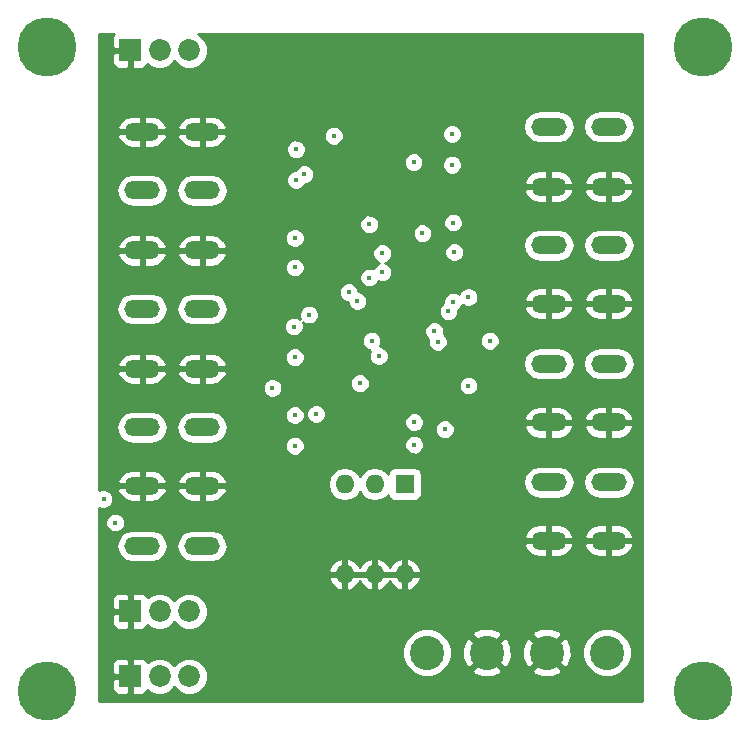
<source format=gbr>
G04 #@! TF.FileFunction,Copper,L3,Inr,Plane*
%FSLAX46Y46*%
G04 Gerber Fmt 4.6, Leading zero omitted, Abs format (unit mm)*
G04 Created by KiCad (PCBNEW 4.0.4-stable) date Wednesday, 26 April 2017 'PMt' 10:40:54 PM*
%MOMM*%
%LPD*%
G01*
G04 APERTURE LIST*
%ADD10C,0.100000*%
%ADD11C,5.000000*%
%ADD12R,1.600000X1.600000*%
%ADD13O,1.600000X1.600000*%
%ADD14R,1.850000X1.850000*%
%ADD15C,1.850000*%
%ADD16O,2.999740X1.501140*%
%ADD17C,2.900000*%
%ADD18C,0.400000*%
%ADD19C,0.400000*%
%ADD20C,0.254000*%
G04 APERTURE END LIST*
D10*
D11*
X98750000Y-116750000D03*
X43250000Y-116750000D03*
X43250000Y-62250000D03*
D12*
X73500000Y-99250000D03*
D13*
X68420000Y-106870000D03*
X70960000Y-99250000D03*
X70960000Y-106870000D03*
X68420000Y-99250000D03*
X73500000Y-106870000D03*
D14*
X50250000Y-110000000D03*
D15*
X52750000Y-110000000D03*
X55250000Y-110000000D03*
D16*
X90790000Y-104030000D03*
X85710000Y-104030000D03*
X90790000Y-99077000D03*
X85710000Y-99077000D03*
X90790000Y-93997000D03*
X85710000Y-93997000D03*
X90790000Y-89044000D03*
X85710000Y-89044000D03*
X90790000Y-83964000D03*
X85710000Y-83964000D03*
X90790000Y-79011000D03*
X85710000Y-79011000D03*
X90790000Y-74058000D03*
X85710000Y-74058000D03*
X90790000Y-68978000D03*
X85710000Y-68978000D03*
D14*
X50250000Y-115500000D03*
D15*
X52750000Y-115500000D03*
X55250000Y-115500000D03*
D14*
X50250000Y-62500000D03*
D15*
X52750000Y-62500000D03*
X55250000Y-62500000D03*
D17*
X75380000Y-113500000D03*
X80460000Y-113500000D03*
X85540000Y-113500000D03*
X90620000Y-113500000D03*
D16*
X51260000Y-69420000D03*
X56340000Y-69420000D03*
X51260000Y-74373000D03*
X56340000Y-74373000D03*
X51260000Y-79453000D03*
X56340000Y-79453000D03*
X51260000Y-84406000D03*
X56340000Y-84406000D03*
X51260000Y-89486000D03*
X56340000Y-89486000D03*
X51260000Y-94439000D03*
X56340000Y-94439000D03*
X51260000Y-99392000D03*
X56340000Y-99392000D03*
X51260000Y-104472000D03*
X56340000Y-104472000D03*
D11*
X98750000Y-62250000D03*
D18*
X78900000Y-83400000D03*
X80700000Y-87100000D03*
X76000000Y-86300000D03*
X64200000Y-93400000D03*
X64200000Y-96000000D03*
X64100000Y-85900000D03*
X64200000Y-88500000D03*
X64200000Y-78400000D03*
X64200000Y-80900000D03*
X64300000Y-70900000D03*
X64300000Y-73500000D03*
X76900000Y-94600000D03*
X78900000Y-90900000D03*
X77700000Y-79600000D03*
X77600000Y-77100000D03*
X77500000Y-72200000D03*
X77500000Y-69600000D03*
X65400000Y-84900000D03*
X70500000Y-88000000D03*
X67200000Y-94600000D03*
X71300000Y-77700000D03*
X66800000Y-77900000D03*
X74500000Y-70900000D03*
X67400000Y-72200000D03*
X65400000Y-85800000D03*
X69700000Y-90700000D03*
X76300000Y-87200000D03*
X49000000Y-102500000D03*
X48000000Y-100500000D03*
X67500000Y-69750000D03*
X65000000Y-73000000D03*
X70500000Y-77250000D03*
X70500000Y-81750000D03*
X69500000Y-83750000D03*
X68750000Y-83000000D03*
X62300000Y-91100000D03*
X66000000Y-93300000D03*
X74300000Y-95900000D03*
X74300000Y-94000000D03*
X77200000Y-84600000D03*
X77600000Y-83800000D03*
X71300000Y-88400000D03*
X70700000Y-87100000D03*
X71600000Y-81300000D03*
X71600000Y-79700000D03*
X75000000Y-78000000D03*
X74250000Y-72000000D03*
D19*
X65400000Y-85800000D02*
X65500000Y-85800000D01*
D20*
G36*
X48786673Y-61215301D02*
X48690000Y-61448690D01*
X48690000Y-62214250D01*
X48848750Y-62373000D01*
X50123000Y-62373000D01*
X50123000Y-62353000D01*
X50377000Y-62353000D01*
X50377000Y-62373000D01*
X50397000Y-62373000D01*
X50397000Y-62627000D01*
X50377000Y-62627000D01*
X50377000Y-63901250D01*
X50535750Y-64060000D01*
X51301309Y-64060000D01*
X51534698Y-63963327D01*
X51713327Y-63784699D01*
X51747017Y-63703365D01*
X51865177Y-63821732D01*
X52438336Y-64059728D01*
X53058942Y-64060270D01*
X53632514Y-63823275D01*
X54000256Y-63456174D01*
X54365177Y-63821732D01*
X54938336Y-64059728D01*
X55558942Y-64060270D01*
X56132514Y-63823275D01*
X56571732Y-63384823D01*
X56809728Y-62811664D01*
X56810270Y-62191058D01*
X56573275Y-61617486D01*
X56134823Y-61178268D01*
X56011356Y-61127000D01*
X93623000Y-61127000D01*
X93623000Y-117623000D01*
X47627000Y-117623000D01*
X47627000Y-115785750D01*
X48690000Y-115785750D01*
X48690000Y-116551310D01*
X48786673Y-116784699D01*
X48965302Y-116963327D01*
X49198691Y-117060000D01*
X49964250Y-117060000D01*
X50123000Y-116901250D01*
X50123000Y-115627000D01*
X48848750Y-115627000D01*
X48690000Y-115785750D01*
X47627000Y-115785750D01*
X47627000Y-114448690D01*
X48690000Y-114448690D01*
X48690000Y-115214250D01*
X48848750Y-115373000D01*
X50123000Y-115373000D01*
X50123000Y-114098750D01*
X50377000Y-114098750D01*
X50377000Y-115373000D01*
X50397000Y-115373000D01*
X50397000Y-115627000D01*
X50377000Y-115627000D01*
X50377000Y-116901250D01*
X50535750Y-117060000D01*
X51301309Y-117060000D01*
X51534698Y-116963327D01*
X51713327Y-116784699D01*
X51747017Y-116703365D01*
X51865177Y-116821732D01*
X52438336Y-117059728D01*
X53058942Y-117060270D01*
X53632514Y-116823275D01*
X54000256Y-116456174D01*
X54365177Y-116821732D01*
X54938336Y-117059728D01*
X55558942Y-117060270D01*
X56132514Y-116823275D01*
X56571732Y-116384823D01*
X56809728Y-115811664D01*
X56810270Y-115191058D01*
X56573275Y-114617486D01*
X56134823Y-114178268D01*
X55561664Y-113940272D01*
X54941058Y-113939730D01*
X54367486Y-114176725D01*
X53999744Y-114543826D01*
X53634823Y-114178268D01*
X53061664Y-113940272D01*
X52441058Y-113939730D01*
X51867486Y-114176725D01*
X51747119Y-114296882D01*
X51713327Y-114215301D01*
X51534698Y-114036673D01*
X51301309Y-113940000D01*
X50535750Y-113940000D01*
X50377000Y-114098750D01*
X50123000Y-114098750D01*
X49964250Y-113940000D01*
X49198691Y-113940000D01*
X48965302Y-114036673D01*
X48786673Y-114215301D01*
X48690000Y-114448690D01*
X47627000Y-114448690D01*
X47627000Y-113912913D01*
X73294638Y-113912913D01*
X73611392Y-114679515D01*
X74197400Y-115266547D01*
X74963448Y-115584638D01*
X75792913Y-115585362D01*
X76559515Y-115268608D01*
X76850782Y-114977849D01*
X79161756Y-114977849D01*
X79315435Y-115291424D01*
X80088108Y-115593066D01*
X80917398Y-115576058D01*
X81604565Y-115291424D01*
X81758244Y-114977849D01*
X84241756Y-114977849D01*
X84395435Y-115291424D01*
X85168108Y-115593066D01*
X85997398Y-115576058D01*
X86684565Y-115291424D01*
X86838244Y-114977849D01*
X85540000Y-113679605D01*
X84241756Y-114977849D01*
X81758244Y-114977849D01*
X80460000Y-113679605D01*
X79161756Y-114977849D01*
X76850782Y-114977849D01*
X77146547Y-114682600D01*
X77464638Y-113916552D01*
X77465326Y-113128108D01*
X78366934Y-113128108D01*
X78383942Y-113957398D01*
X78668576Y-114644565D01*
X78982151Y-114798244D01*
X80280395Y-113500000D01*
X80639605Y-113500000D01*
X81937849Y-114798244D01*
X82251424Y-114644565D01*
X82553066Y-113871892D01*
X82537812Y-113128108D01*
X83446934Y-113128108D01*
X83463942Y-113957398D01*
X83748576Y-114644565D01*
X84062151Y-114798244D01*
X85360395Y-113500000D01*
X85719605Y-113500000D01*
X87017849Y-114798244D01*
X87331424Y-114644565D01*
X87617051Y-113912913D01*
X88534638Y-113912913D01*
X88851392Y-114679515D01*
X89437400Y-115266547D01*
X90203448Y-115584638D01*
X91032913Y-115585362D01*
X91799515Y-115268608D01*
X92386547Y-114682600D01*
X92704638Y-113916552D01*
X92705362Y-113087087D01*
X92388608Y-112320485D01*
X91802600Y-111733453D01*
X91036552Y-111415362D01*
X90207087Y-111414638D01*
X89440485Y-111731392D01*
X88853453Y-112317400D01*
X88535362Y-113083448D01*
X88534638Y-113912913D01*
X87617051Y-113912913D01*
X87633066Y-113871892D01*
X87616058Y-113042602D01*
X87331424Y-112355435D01*
X87017849Y-112201756D01*
X85719605Y-113500000D01*
X85360395Y-113500000D01*
X84062151Y-112201756D01*
X83748576Y-112355435D01*
X83446934Y-113128108D01*
X82537812Y-113128108D01*
X82536058Y-113042602D01*
X82251424Y-112355435D01*
X81937849Y-112201756D01*
X80639605Y-113500000D01*
X80280395Y-113500000D01*
X78982151Y-112201756D01*
X78668576Y-112355435D01*
X78366934Y-113128108D01*
X77465326Y-113128108D01*
X77465362Y-113087087D01*
X77148608Y-112320485D01*
X76850795Y-112022151D01*
X79161756Y-112022151D01*
X80460000Y-113320395D01*
X81758244Y-112022151D01*
X84241756Y-112022151D01*
X85540000Y-113320395D01*
X86838244Y-112022151D01*
X86684565Y-111708576D01*
X85911892Y-111406934D01*
X85082602Y-111423942D01*
X84395435Y-111708576D01*
X84241756Y-112022151D01*
X81758244Y-112022151D01*
X81604565Y-111708576D01*
X80831892Y-111406934D01*
X80002602Y-111423942D01*
X79315435Y-111708576D01*
X79161756Y-112022151D01*
X76850795Y-112022151D01*
X76562600Y-111733453D01*
X75796552Y-111415362D01*
X74967087Y-111414638D01*
X74200485Y-111731392D01*
X73613453Y-112317400D01*
X73295362Y-113083448D01*
X73294638Y-113912913D01*
X47627000Y-113912913D01*
X47627000Y-110285750D01*
X48690000Y-110285750D01*
X48690000Y-111051310D01*
X48786673Y-111284699D01*
X48965302Y-111463327D01*
X49198691Y-111560000D01*
X49964250Y-111560000D01*
X50123000Y-111401250D01*
X50123000Y-110127000D01*
X48848750Y-110127000D01*
X48690000Y-110285750D01*
X47627000Y-110285750D01*
X47627000Y-108948690D01*
X48690000Y-108948690D01*
X48690000Y-109714250D01*
X48848750Y-109873000D01*
X50123000Y-109873000D01*
X50123000Y-108598750D01*
X50377000Y-108598750D01*
X50377000Y-109873000D01*
X50397000Y-109873000D01*
X50397000Y-110127000D01*
X50377000Y-110127000D01*
X50377000Y-111401250D01*
X50535750Y-111560000D01*
X51301309Y-111560000D01*
X51534698Y-111463327D01*
X51713327Y-111284699D01*
X51747017Y-111203365D01*
X51865177Y-111321732D01*
X52438336Y-111559728D01*
X53058942Y-111560270D01*
X53632514Y-111323275D01*
X54000256Y-110956174D01*
X54365177Y-111321732D01*
X54938336Y-111559728D01*
X55558942Y-111560270D01*
X56132514Y-111323275D01*
X56571732Y-110884823D01*
X56809728Y-110311664D01*
X56810270Y-109691058D01*
X56573275Y-109117486D01*
X56134823Y-108678268D01*
X55561664Y-108440272D01*
X54941058Y-108439730D01*
X54367486Y-108676725D01*
X53999744Y-109043826D01*
X53634823Y-108678268D01*
X53061664Y-108440272D01*
X52441058Y-108439730D01*
X51867486Y-108676725D01*
X51747119Y-108796882D01*
X51713327Y-108715301D01*
X51534698Y-108536673D01*
X51301309Y-108440000D01*
X50535750Y-108440000D01*
X50377000Y-108598750D01*
X50123000Y-108598750D01*
X49964250Y-108440000D01*
X49198691Y-108440000D01*
X48965302Y-108536673D01*
X48786673Y-108715301D01*
X48690000Y-108948690D01*
X47627000Y-108948690D01*
X47627000Y-107219041D01*
X67028086Y-107219041D01*
X67267611Y-107725134D01*
X67682577Y-108101041D01*
X68070961Y-108261904D01*
X68293000Y-108139915D01*
X68293000Y-106997000D01*
X68547000Y-106997000D01*
X68547000Y-108139915D01*
X68769039Y-108261904D01*
X69157423Y-108101041D01*
X69572389Y-107725134D01*
X69690000Y-107476633D01*
X69807611Y-107725134D01*
X70222577Y-108101041D01*
X70610961Y-108261904D01*
X70833000Y-108139915D01*
X70833000Y-106997000D01*
X71087000Y-106997000D01*
X71087000Y-108139915D01*
X71309039Y-108261904D01*
X71697423Y-108101041D01*
X72112389Y-107725134D01*
X72230000Y-107476633D01*
X72347611Y-107725134D01*
X72762577Y-108101041D01*
X73150961Y-108261904D01*
X73373000Y-108139915D01*
X73373000Y-106997000D01*
X73627000Y-106997000D01*
X73627000Y-108139915D01*
X73849039Y-108261904D01*
X74237423Y-108101041D01*
X74652389Y-107725134D01*
X74891914Y-107219041D01*
X74770629Y-106997000D01*
X73627000Y-106997000D01*
X73373000Y-106997000D01*
X71087000Y-106997000D01*
X70833000Y-106997000D01*
X68547000Y-106997000D01*
X68293000Y-106997000D01*
X67149371Y-106997000D01*
X67028086Y-107219041D01*
X47627000Y-107219041D01*
X47627000Y-106520959D01*
X67028086Y-106520959D01*
X67149371Y-106743000D01*
X68293000Y-106743000D01*
X68293000Y-105600085D01*
X68547000Y-105600085D01*
X68547000Y-106743000D01*
X70833000Y-106743000D01*
X70833000Y-105600085D01*
X71087000Y-105600085D01*
X71087000Y-106743000D01*
X73373000Y-106743000D01*
X73373000Y-105600085D01*
X73627000Y-105600085D01*
X73627000Y-106743000D01*
X74770629Y-106743000D01*
X74891914Y-106520959D01*
X74652389Y-106014866D01*
X74237423Y-105638959D01*
X73849039Y-105478096D01*
X73627000Y-105600085D01*
X73373000Y-105600085D01*
X73150961Y-105478096D01*
X72762577Y-105638959D01*
X72347611Y-106014866D01*
X72230000Y-106263367D01*
X72112389Y-106014866D01*
X71697423Y-105638959D01*
X71309039Y-105478096D01*
X71087000Y-105600085D01*
X70833000Y-105600085D01*
X70610961Y-105478096D01*
X70222577Y-105638959D01*
X69807611Y-106014866D01*
X69690000Y-106263367D01*
X69572389Y-106014866D01*
X69157423Y-105638959D01*
X68769039Y-105478096D01*
X68547000Y-105600085D01*
X68293000Y-105600085D01*
X68070961Y-105478096D01*
X67682577Y-105638959D01*
X67267611Y-106014866D01*
X67028086Y-106520959D01*
X47627000Y-106520959D01*
X47627000Y-104472000D01*
X49083305Y-104472000D01*
X49188775Y-105002235D01*
X49489129Y-105451746D01*
X49938640Y-105752100D01*
X50468875Y-105857570D01*
X52051125Y-105857570D01*
X52581360Y-105752100D01*
X53030871Y-105451746D01*
X53331225Y-105002235D01*
X53436695Y-104472000D01*
X54163305Y-104472000D01*
X54268775Y-105002235D01*
X54569129Y-105451746D01*
X55018640Y-105752100D01*
X55548875Y-105857570D01*
X57131125Y-105857570D01*
X57661360Y-105752100D01*
X58110871Y-105451746D01*
X58411225Y-105002235D01*
X58516695Y-104472000D01*
X58496660Y-104371275D01*
X83617817Y-104371275D01*
X83632000Y-104442903D01*
X83891152Y-104919944D01*
X84313133Y-105261499D01*
X84833700Y-105415570D01*
X85583000Y-105415570D01*
X85583000Y-104157000D01*
X85837000Y-104157000D01*
X85837000Y-105415570D01*
X86586300Y-105415570D01*
X87106867Y-105261499D01*
X87528848Y-104919944D01*
X87788000Y-104442903D01*
X87802183Y-104371275D01*
X88697817Y-104371275D01*
X88712000Y-104442903D01*
X88971152Y-104919944D01*
X89393133Y-105261499D01*
X89913700Y-105415570D01*
X90663000Y-105415570D01*
X90663000Y-104157000D01*
X90917000Y-104157000D01*
X90917000Y-105415570D01*
X91666300Y-105415570D01*
X92186867Y-105261499D01*
X92608848Y-104919944D01*
X92868000Y-104442903D01*
X92882183Y-104371275D01*
X92759529Y-104157000D01*
X90917000Y-104157000D01*
X90663000Y-104157000D01*
X88820471Y-104157000D01*
X88697817Y-104371275D01*
X87802183Y-104371275D01*
X87679529Y-104157000D01*
X85837000Y-104157000D01*
X85583000Y-104157000D01*
X83740471Y-104157000D01*
X83617817Y-104371275D01*
X58496660Y-104371275D01*
X58411225Y-103941765D01*
X58242149Y-103688725D01*
X83617817Y-103688725D01*
X83740471Y-103903000D01*
X85583000Y-103903000D01*
X85583000Y-102644430D01*
X85837000Y-102644430D01*
X85837000Y-103903000D01*
X87679529Y-103903000D01*
X87802183Y-103688725D01*
X88697817Y-103688725D01*
X88820471Y-103903000D01*
X90663000Y-103903000D01*
X90663000Y-102644430D01*
X90917000Y-102644430D01*
X90917000Y-103903000D01*
X92759529Y-103903000D01*
X92882183Y-103688725D01*
X92868000Y-103617097D01*
X92608848Y-103140056D01*
X92186867Y-102798501D01*
X91666300Y-102644430D01*
X90917000Y-102644430D01*
X90663000Y-102644430D01*
X89913700Y-102644430D01*
X89393133Y-102798501D01*
X88971152Y-103140056D01*
X88712000Y-103617097D01*
X88697817Y-103688725D01*
X87802183Y-103688725D01*
X87788000Y-103617097D01*
X87528848Y-103140056D01*
X87106867Y-102798501D01*
X86586300Y-102644430D01*
X85837000Y-102644430D01*
X85583000Y-102644430D01*
X84833700Y-102644430D01*
X84313133Y-102798501D01*
X83891152Y-103140056D01*
X83632000Y-103617097D01*
X83617817Y-103688725D01*
X58242149Y-103688725D01*
X58110871Y-103492254D01*
X57661360Y-103191900D01*
X57131125Y-103086430D01*
X55548875Y-103086430D01*
X55018640Y-103191900D01*
X54569129Y-103492254D01*
X54268775Y-103941765D01*
X54163305Y-104472000D01*
X53436695Y-104472000D01*
X53331225Y-103941765D01*
X53030871Y-103492254D01*
X52581360Y-103191900D01*
X52051125Y-103086430D01*
X50468875Y-103086430D01*
X49938640Y-103191900D01*
X49489129Y-103492254D01*
X49188775Y-103941765D01*
X49083305Y-104472000D01*
X47627000Y-104472000D01*
X47627000Y-102665363D01*
X48164855Y-102665363D01*
X48291708Y-102972372D01*
X48526393Y-103207466D01*
X48833179Y-103334855D01*
X49165363Y-103335145D01*
X49472372Y-103208292D01*
X49707466Y-102973607D01*
X49834855Y-102666821D01*
X49835145Y-102334637D01*
X49708292Y-102027628D01*
X49473607Y-101792534D01*
X49166821Y-101665145D01*
X48834637Y-101664855D01*
X48527628Y-101791708D01*
X48292534Y-102026393D01*
X48165145Y-102333179D01*
X48164855Y-102665363D01*
X47627000Y-102665363D01*
X47627000Y-101249242D01*
X47833179Y-101334855D01*
X48165363Y-101335145D01*
X48472372Y-101208292D01*
X48707466Y-100973607D01*
X48834855Y-100666821D01*
X48835145Y-100334637D01*
X48708292Y-100027628D01*
X48473607Y-99792534D01*
X48330896Y-99733275D01*
X49167817Y-99733275D01*
X49182000Y-99804903D01*
X49441152Y-100281944D01*
X49863133Y-100623499D01*
X50383700Y-100777570D01*
X51133000Y-100777570D01*
X51133000Y-99519000D01*
X51387000Y-99519000D01*
X51387000Y-100777570D01*
X52136300Y-100777570D01*
X52656867Y-100623499D01*
X53078848Y-100281944D01*
X53338000Y-99804903D01*
X53352183Y-99733275D01*
X54247817Y-99733275D01*
X54262000Y-99804903D01*
X54521152Y-100281944D01*
X54943133Y-100623499D01*
X55463700Y-100777570D01*
X56213000Y-100777570D01*
X56213000Y-99519000D01*
X56467000Y-99519000D01*
X56467000Y-100777570D01*
X57216300Y-100777570D01*
X57736867Y-100623499D01*
X58158848Y-100281944D01*
X58418000Y-99804903D01*
X58432183Y-99733275D01*
X58309529Y-99519000D01*
X56467000Y-99519000D01*
X56213000Y-99519000D01*
X54370471Y-99519000D01*
X54247817Y-99733275D01*
X53352183Y-99733275D01*
X53229529Y-99519000D01*
X51387000Y-99519000D01*
X51133000Y-99519000D01*
X49290471Y-99519000D01*
X49167817Y-99733275D01*
X48330896Y-99733275D01*
X48166821Y-99665145D01*
X47834637Y-99664855D01*
X47627000Y-99750648D01*
X47627000Y-99050725D01*
X49167817Y-99050725D01*
X49290471Y-99265000D01*
X51133000Y-99265000D01*
X51133000Y-98006430D01*
X51387000Y-98006430D01*
X51387000Y-99265000D01*
X53229529Y-99265000D01*
X53352183Y-99050725D01*
X54247817Y-99050725D01*
X54370471Y-99265000D01*
X56213000Y-99265000D01*
X56213000Y-98006430D01*
X56467000Y-98006430D01*
X56467000Y-99265000D01*
X58309529Y-99265000D01*
X58334207Y-99221887D01*
X66985000Y-99221887D01*
X66985000Y-99278113D01*
X67094233Y-99827264D01*
X67405302Y-100292811D01*
X67870849Y-100603880D01*
X68420000Y-100713113D01*
X68969151Y-100603880D01*
X69434698Y-100292811D01*
X69690000Y-99910725D01*
X69945302Y-100292811D01*
X70410849Y-100603880D01*
X70960000Y-100713113D01*
X71509151Y-100603880D01*
X71974698Y-100292811D01*
X72071101Y-100148535D01*
X72096838Y-100285317D01*
X72235910Y-100501441D01*
X72448110Y-100646431D01*
X72700000Y-100697440D01*
X74300000Y-100697440D01*
X74535317Y-100653162D01*
X74751441Y-100514090D01*
X74896431Y-100301890D01*
X74947440Y-100050000D01*
X74947440Y-99077000D01*
X83533305Y-99077000D01*
X83638775Y-99607235D01*
X83939129Y-100056746D01*
X84388640Y-100357100D01*
X84918875Y-100462570D01*
X86501125Y-100462570D01*
X87031360Y-100357100D01*
X87480871Y-100056746D01*
X87781225Y-99607235D01*
X87886695Y-99077000D01*
X88613305Y-99077000D01*
X88718775Y-99607235D01*
X89019129Y-100056746D01*
X89468640Y-100357100D01*
X89998875Y-100462570D01*
X91581125Y-100462570D01*
X92111360Y-100357100D01*
X92560871Y-100056746D01*
X92861225Y-99607235D01*
X92966695Y-99077000D01*
X92861225Y-98546765D01*
X92560871Y-98097254D01*
X92111360Y-97796900D01*
X91581125Y-97691430D01*
X89998875Y-97691430D01*
X89468640Y-97796900D01*
X89019129Y-98097254D01*
X88718775Y-98546765D01*
X88613305Y-99077000D01*
X87886695Y-99077000D01*
X87781225Y-98546765D01*
X87480871Y-98097254D01*
X87031360Y-97796900D01*
X86501125Y-97691430D01*
X84918875Y-97691430D01*
X84388640Y-97796900D01*
X83939129Y-98097254D01*
X83638775Y-98546765D01*
X83533305Y-99077000D01*
X74947440Y-99077000D01*
X74947440Y-98450000D01*
X74903162Y-98214683D01*
X74764090Y-97998559D01*
X74551890Y-97853569D01*
X74300000Y-97802560D01*
X72700000Y-97802560D01*
X72464683Y-97846838D01*
X72248559Y-97985910D01*
X72103569Y-98198110D01*
X72072185Y-98353089D01*
X71974698Y-98207189D01*
X71509151Y-97896120D01*
X70960000Y-97786887D01*
X70410849Y-97896120D01*
X69945302Y-98207189D01*
X69690000Y-98589275D01*
X69434698Y-98207189D01*
X68969151Y-97896120D01*
X68420000Y-97786887D01*
X67870849Y-97896120D01*
X67405302Y-98207189D01*
X67094233Y-98672736D01*
X66985000Y-99221887D01*
X58334207Y-99221887D01*
X58432183Y-99050725D01*
X58418000Y-98979097D01*
X58158848Y-98502056D01*
X57736867Y-98160501D01*
X57216300Y-98006430D01*
X56467000Y-98006430D01*
X56213000Y-98006430D01*
X55463700Y-98006430D01*
X54943133Y-98160501D01*
X54521152Y-98502056D01*
X54262000Y-98979097D01*
X54247817Y-99050725D01*
X53352183Y-99050725D01*
X53338000Y-98979097D01*
X53078848Y-98502056D01*
X52656867Y-98160501D01*
X52136300Y-98006430D01*
X51387000Y-98006430D01*
X51133000Y-98006430D01*
X50383700Y-98006430D01*
X49863133Y-98160501D01*
X49441152Y-98502056D01*
X49182000Y-98979097D01*
X49167817Y-99050725D01*
X47627000Y-99050725D01*
X47627000Y-96165363D01*
X63364855Y-96165363D01*
X63491708Y-96472372D01*
X63726393Y-96707466D01*
X64033179Y-96834855D01*
X64365363Y-96835145D01*
X64672372Y-96708292D01*
X64907466Y-96473607D01*
X65034855Y-96166821D01*
X65034943Y-96065363D01*
X73464855Y-96065363D01*
X73591708Y-96372372D01*
X73826393Y-96607466D01*
X74133179Y-96734855D01*
X74465363Y-96735145D01*
X74772372Y-96608292D01*
X75007466Y-96373607D01*
X75134855Y-96066821D01*
X75135145Y-95734637D01*
X75008292Y-95427628D01*
X74773607Y-95192534D01*
X74466821Y-95065145D01*
X74134637Y-95064855D01*
X73827628Y-95191708D01*
X73592534Y-95426393D01*
X73465145Y-95733179D01*
X73464855Y-96065363D01*
X65034943Y-96065363D01*
X65035145Y-95834637D01*
X64908292Y-95527628D01*
X64673607Y-95292534D01*
X64366821Y-95165145D01*
X64034637Y-95164855D01*
X63727628Y-95291708D01*
X63492534Y-95526393D01*
X63365145Y-95833179D01*
X63364855Y-96165363D01*
X47627000Y-96165363D01*
X47627000Y-94439000D01*
X49083305Y-94439000D01*
X49188775Y-94969235D01*
X49489129Y-95418746D01*
X49938640Y-95719100D01*
X50468875Y-95824570D01*
X52051125Y-95824570D01*
X52581360Y-95719100D01*
X53030871Y-95418746D01*
X53331225Y-94969235D01*
X53436695Y-94439000D01*
X54163305Y-94439000D01*
X54268775Y-94969235D01*
X54569129Y-95418746D01*
X55018640Y-95719100D01*
X55548875Y-95824570D01*
X57131125Y-95824570D01*
X57661360Y-95719100D01*
X58110871Y-95418746D01*
X58411225Y-94969235D01*
X58516695Y-94439000D01*
X58411225Y-93908765D01*
X58181771Y-93565363D01*
X63364855Y-93565363D01*
X63491708Y-93872372D01*
X63726393Y-94107466D01*
X64033179Y-94234855D01*
X64365363Y-94235145D01*
X64534249Y-94165363D01*
X73464855Y-94165363D01*
X73591708Y-94472372D01*
X73826393Y-94707466D01*
X74133179Y-94834855D01*
X74465363Y-94835145D01*
X74634249Y-94765363D01*
X76064855Y-94765363D01*
X76191708Y-95072372D01*
X76426393Y-95307466D01*
X76733179Y-95434855D01*
X77065363Y-95435145D01*
X77372372Y-95308292D01*
X77607466Y-95073607D01*
X77734855Y-94766821D01*
X77735145Y-94434637D01*
X77695330Y-94338275D01*
X83617817Y-94338275D01*
X83632000Y-94409903D01*
X83891152Y-94886944D01*
X84313133Y-95228499D01*
X84833700Y-95382570D01*
X85583000Y-95382570D01*
X85583000Y-94124000D01*
X85837000Y-94124000D01*
X85837000Y-95382570D01*
X86586300Y-95382570D01*
X87106867Y-95228499D01*
X87528848Y-94886944D01*
X87788000Y-94409903D01*
X87802183Y-94338275D01*
X88697817Y-94338275D01*
X88712000Y-94409903D01*
X88971152Y-94886944D01*
X89393133Y-95228499D01*
X89913700Y-95382570D01*
X90663000Y-95382570D01*
X90663000Y-94124000D01*
X90917000Y-94124000D01*
X90917000Y-95382570D01*
X91666300Y-95382570D01*
X92186867Y-95228499D01*
X92608848Y-94886944D01*
X92868000Y-94409903D01*
X92882183Y-94338275D01*
X92759529Y-94124000D01*
X90917000Y-94124000D01*
X90663000Y-94124000D01*
X88820471Y-94124000D01*
X88697817Y-94338275D01*
X87802183Y-94338275D01*
X87679529Y-94124000D01*
X85837000Y-94124000D01*
X85583000Y-94124000D01*
X83740471Y-94124000D01*
X83617817Y-94338275D01*
X77695330Y-94338275D01*
X77608292Y-94127628D01*
X77373607Y-93892534D01*
X77066821Y-93765145D01*
X76734637Y-93764855D01*
X76427628Y-93891708D01*
X76192534Y-94126393D01*
X76065145Y-94433179D01*
X76064855Y-94765363D01*
X74634249Y-94765363D01*
X74772372Y-94708292D01*
X75007466Y-94473607D01*
X75134855Y-94166821D01*
X75135145Y-93834637D01*
X75061221Y-93655725D01*
X83617817Y-93655725D01*
X83740471Y-93870000D01*
X85583000Y-93870000D01*
X85583000Y-92611430D01*
X85837000Y-92611430D01*
X85837000Y-93870000D01*
X87679529Y-93870000D01*
X87802183Y-93655725D01*
X88697817Y-93655725D01*
X88820471Y-93870000D01*
X90663000Y-93870000D01*
X90663000Y-92611430D01*
X90917000Y-92611430D01*
X90917000Y-93870000D01*
X92759529Y-93870000D01*
X92882183Y-93655725D01*
X92868000Y-93584097D01*
X92608848Y-93107056D01*
X92186867Y-92765501D01*
X91666300Y-92611430D01*
X90917000Y-92611430D01*
X90663000Y-92611430D01*
X89913700Y-92611430D01*
X89393133Y-92765501D01*
X88971152Y-93107056D01*
X88712000Y-93584097D01*
X88697817Y-93655725D01*
X87802183Y-93655725D01*
X87788000Y-93584097D01*
X87528848Y-93107056D01*
X87106867Y-92765501D01*
X86586300Y-92611430D01*
X85837000Y-92611430D01*
X85583000Y-92611430D01*
X84833700Y-92611430D01*
X84313133Y-92765501D01*
X83891152Y-93107056D01*
X83632000Y-93584097D01*
X83617817Y-93655725D01*
X75061221Y-93655725D01*
X75008292Y-93527628D01*
X74773607Y-93292534D01*
X74466821Y-93165145D01*
X74134637Y-93164855D01*
X73827628Y-93291708D01*
X73592534Y-93526393D01*
X73465145Y-93833179D01*
X73464855Y-94165363D01*
X64534249Y-94165363D01*
X64672372Y-94108292D01*
X64907466Y-93873607D01*
X65034855Y-93566821D01*
X65034943Y-93465363D01*
X65164855Y-93465363D01*
X65291708Y-93772372D01*
X65526393Y-94007466D01*
X65833179Y-94134855D01*
X66165363Y-94135145D01*
X66472372Y-94008292D01*
X66707466Y-93773607D01*
X66834855Y-93466821D01*
X66835145Y-93134637D01*
X66708292Y-92827628D01*
X66473607Y-92592534D01*
X66166821Y-92465145D01*
X65834637Y-92464855D01*
X65527628Y-92591708D01*
X65292534Y-92826393D01*
X65165145Y-93133179D01*
X65164855Y-93465363D01*
X65034943Y-93465363D01*
X65035145Y-93234637D01*
X64908292Y-92927628D01*
X64673607Y-92692534D01*
X64366821Y-92565145D01*
X64034637Y-92564855D01*
X63727628Y-92691708D01*
X63492534Y-92926393D01*
X63365145Y-93233179D01*
X63364855Y-93565363D01*
X58181771Y-93565363D01*
X58110871Y-93459254D01*
X57661360Y-93158900D01*
X57131125Y-93053430D01*
X55548875Y-93053430D01*
X55018640Y-93158900D01*
X54569129Y-93459254D01*
X54268775Y-93908765D01*
X54163305Y-94439000D01*
X53436695Y-94439000D01*
X53331225Y-93908765D01*
X53030871Y-93459254D01*
X52581360Y-93158900D01*
X52051125Y-93053430D01*
X50468875Y-93053430D01*
X49938640Y-93158900D01*
X49489129Y-93459254D01*
X49188775Y-93908765D01*
X49083305Y-94439000D01*
X47627000Y-94439000D01*
X47627000Y-91265363D01*
X61464855Y-91265363D01*
X61591708Y-91572372D01*
X61826393Y-91807466D01*
X62133179Y-91934855D01*
X62465363Y-91935145D01*
X62772372Y-91808292D01*
X63007466Y-91573607D01*
X63134855Y-91266821D01*
X63135145Y-90934637D01*
X63106522Y-90865363D01*
X68864855Y-90865363D01*
X68991708Y-91172372D01*
X69226393Y-91407466D01*
X69533179Y-91534855D01*
X69865363Y-91535145D01*
X70172372Y-91408292D01*
X70407466Y-91173607D01*
X70452412Y-91065363D01*
X78064855Y-91065363D01*
X78191708Y-91372372D01*
X78426393Y-91607466D01*
X78733179Y-91734855D01*
X79065363Y-91735145D01*
X79372372Y-91608292D01*
X79607466Y-91373607D01*
X79734855Y-91066821D01*
X79735145Y-90734637D01*
X79608292Y-90427628D01*
X79373607Y-90192534D01*
X79066821Y-90065145D01*
X78734637Y-90064855D01*
X78427628Y-90191708D01*
X78192534Y-90426393D01*
X78065145Y-90733179D01*
X78064855Y-91065363D01*
X70452412Y-91065363D01*
X70534855Y-90866821D01*
X70535145Y-90534637D01*
X70408292Y-90227628D01*
X70173607Y-89992534D01*
X69866821Y-89865145D01*
X69534637Y-89864855D01*
X69227628Y-89991708D01*
X68992534Y-90226393D01*
X68865145Y-90533179D01*
X68864855Y-90865363D01*
X63106522Y-90865363D01*
X63008292Y-90627628D01*
X62773607Y-90392534D01*
X62466821Y-90265145D01*
X62134637Y-90264855D01*
X61827628Y-90391708D01*
X61592534Y-90626393D01*
X61465145Y-90933179D01*
X61464855Y-91265363D01*
X47627000Y-91265363D01*
X47627000Y-89827275D01*
X49167817Y-89827275D01*
X49182000Y-89898903D01*
X49441152Y-90375944D01*
X49863133Y-90717499D01*
X50383700Y-90871570D01*
X51133000Y-90871570D01*
X51133000Y-89613000D01*
X51387000Y-89613000D01*
X51387000Y-90871570D01*
X52136300Y-90871570D01*
X52656867Y-90717499D01*
X53078848Y-90375944D01*
X53338000Y-89898903D01*
X53352183Y-89827275D01*
X54247817Y-89827275D01*
X54262000Y-89898903D01*
X54521152Y-90375944D01*
X54943133Y-90717499D01*
X55463700Y-90871570D01*
X56213000Y-90871570D01*
X56213000Y-89613000D01*
X56467000Y-89613000D01*
X56467000Y-90871570D01*
X57216300Y-90871570D01*
X57736867Y-90717499D01*
X58158848Y-90375944D01*
X58418000Y-89898903D01*
X58432183Y-89827275D01*
X58309529Y-89613000D01*
X56467000Y-89613000D01*
X56213000Y-89613000D01*
X54370471Y-89613000D01*
X54247817Y-89827275D01*
X53352183Y-89827275D01*
X53229529Y-89613000D01*
X51387000Y-89613000D01*
X51133000Y-89613000D01*
X49290471Y-89613000D01*
X49167817Y-89827275D01*
X47627000Y-89827275D01*
X47627000Y-89144725D01*
X49167817Y-89144725D01*
X49290471Y-89359000D01*
X51133000Y-89359000D01*
X51133000Y-88100430D01*
X51387000Y-88100430D01*
X51387000Y-89359000D01*
X53229529Y-89359000D01*
X53352183Y-89144725D01*
X54247817Y-89144725D01*
X54370471Y-89359000D01*
X56213000Y-89359000D01*
X56213000Y-88100430D01*
X56467000Y-88100430D01*
X56467000Y-89359000D01*
X58309529Y-89359000D01*
X58432183Y-89144725D01*
X58418000Y-89073097D01*
X58196499Y-88665363D01*
X63364855Y-88665363D01*
X63491708Y-88972372D01*
X63726393Y-89207466D01*
X64033179Y-89334855D01*
X64365363Y-89335145D01*
X64672372Y-89208292D01*
X64907466Y-88973607D01*
X65034855Y-88666821D01*
X65035145Y-88334637D01*
X64908292Y-88027628D01*
X64673607Y-87792534D01*
X64366821Y-87665145D01*
X64034637Y-87664855D01*
X63727628Y-87791708D01*
X63492534Y-88026393D01*
X63365145Y-88333179D01*
X63364855Y-88665363D01*
X58196499Y-88665363D01*
X58158848Y-88596056D01*
X57736867Y-88254501D01*
X57216300Y-88100430D01*
X56467000Y-88100430D01*
X56213000Y-88100430D01*
X55463700Y-88100430D01*
X54943133Y-88254501D01*
X54521152Y-88596056D01*
X54262000Y-89073097D01*
X54247817Y-89144725D01*
X53352183Y-89144725D01*
X53338000Y-89073097D01*
X53078848Y-88596056D01*
X52656867Y-88254501D01*
X52136300Y-88100430D01*
X51387000Y-88100430D01*
X51133000Y-88100430D01*
X50383700Y-88100430D01*
X49863133Y-88254501D01*
X49441152Y-88596056D01*
X49182000Y-89073097D01*
X49167817Y-89144725D01*
X47627000Y-89144725D01*
X47627000Y-87265363D01*
X69864855Y-87265363D01*
X69991708Y-87572372D01*
X70226393Y-87807466D01*
X70533179Y-87934855D01*
X70589000Y-87934904D01*
X70465145Y-88233179D01*
X70464855Y-88565363D01*
X70591708Y-88872372D01*
X70826393Y-89107466D01*
X71133179Y-89234855D01*
X71465363Y-89235145D01*
X71772372Y-89108292D01*
X71836776Y-89044000D01*
X83533305Y-89044000D01*
X83638775Y-89574235D01*
X83939129Y-90023746D01*
X84388640Y-90324100D01*
X84918875Y-90429570D01*
X86501125Y-90429570D01*
X87031360Y-90324100D01*
X87480871Y-90023746D01*
X87781225Y-89574235D01*
X87886695Y-89044000D01*
X88613305Y-89044000D01*
X88718775Y-89574235D01*
X89019129Y-90023746D01*
X89468640Y-90324100D01*
X89998875Y-90429570D01*
X91581125Y-90429570D01*
X92111360Y-90324100D01*
X92560871Y-90023746D01*
X92861225Y-89574235D01*
X92966695Y-89044000D01*
X92861225Y-88513765D01*
X92560871Y-88064254D01*
X92111360Y-87763900D01*
X91581125Y-87658430D01*
X89998875Y-87658430D01*
X89468640Y-87763900D01*
X89019129Y-88064254D01*
X88718775Y-88513765D01*
X88613305Y-89044000D01*
X87886695Y-89044000D01*
X87781225Y-88513765D01*
X87480871Y-88064254D01*
X87031360Y-87763900D01*
X86501125Y-87658430D01*
X84918875Y-87658430D01*
X84388640Y-87763900D01*
X83939129Y-88064254D01*
X83638775Y-88513765D01*
X83533305Y-89044000D01*
X71836776Y-89044000D01*
X72007466Y-88873607D01*
X72134855Y-88566821D01*
X72135145Y-88234637D01*
X72008292Y-87927628D01*
X71773607Y-87692534D01*
X71466821Y-87565145D01*
X71411000Y-87565096D01*
X71534855Y-87266821D01*
X71535145Y-86934637D01*
X71408292Y-86627628D01*
X71246310Y-86465363D01*
X75164855Y-86465363D01*
X75291708Y-86772372D01*
X75490678Y-86971689D01*
X75465145Y-87033179D01*
X75464855Y-87365363D01*
X75591708Y-87672372D01*
X75826393Y-87907466D01*
X76133179Y-88034855D01*
X76465363Y-88035145D01*
X76772372Y-87908292D01*
X77007466Y-87673607D01*
X77134855Y-87366821D01*
X77134943Y-87265363D01*
X79864855Y-87265363D01*
X79991708Y-87572372D01*
X80226393Y-87807466D01*
X80533179Y-87934855D01*
X80865363Y-87935145D01*
X81172372Y-87808292D01*
X81407466Y-87573607D01*
X81534855Y-87266821D01*
X81535145Y-86934637D01*
X81408292Y-86627628D01*
X81173607Y-86392534D01*
X80866821Y-86265145D01*
X80534637Y-86264855D01*
X80227628Y-86391708D01*
X79992534Y-86626393D01*
X79865145Y-86933179D01*
X79864855Y-87265363D01*
X77134943Y-87265363D01*
X77135145Y-87034637D01*
X77008292Y-86727628D01*
X76809322Y-86528311D01*
X76834855Y-86466821D01*
X76835145Y-86134637D01*
X76708292Y-85827628D01*
X76473607Y-85592534D01*
X76166821Y-85465145D01*
X75834637Y-85464855D01*
X75527628Y-85591708D01*
X75292534Y-85826393D01*
X75165145Y-86133179D01*
X75164855Y-86465363D01*
X71246310Y-86465363D01*
X71173607Y-86392534D01*
X70866821Y-86265145D01*
X70534637Y-86264855D01*
X70227628Y-86391708D01*
X69992534Y-86626393D01*
X69865145Y-86933179D01*
X69864855Y-87265363D01*
X47627000Y-87265363D01*
X47627000Y-86065363D01*
X63264855Y-86065363D01*
X63391708Y-86372372D01*
X63626393Y-86607466D01*
X63933179Y-86734855D01*
X64265363Y-86735145D01*
X64572372Y-86608292D01*
X64807466Y-86373607D01*
X64934855Y-86066821D01*
X64935145Y-85734637D01*
X64851671Y-85532614D01*
X64926393Y-85607466D01*
X65233179Y-85734855D01*
X65565363Y-85735145D01*
X65872372Y-85608292D01*
X66107466Y-85373607D01*
X66234855Y-85066821D01*
X66235118Y-84765363D01*
X76364855Y-84765363D01*
X76491708Y-85072372D01*
X76726393Y-85307466D01*
X77033179Y-85434855D01*
X77365363Y-85435145D01*
X77672372Y-85308292D01*
X77907466Y-85073607D01*
X78034855Y-84766821D01*
X78035067Y-84523706D01*
X78072372Y-84508292D01*
X78275742Y-84305275D01*
X83617817Y-84305275D01*
X83632000Y-84376903D01*
X83891152Y-84853944D01*
X84313133Y-85195499D01*
X84833700Y-85349570D01*
X85583000Y-85349570D01*
X85583000Y-84091000D01*
X85837000Y-84091000D01*
X85837000Y-85349570D01*
X86586300Y-85349570D01*
X87106867Y-85195499D01*
X87528848Y-84853944D01*
X87788000Y-84376903D01*
X87802183Y-84305275D01*
X88697817Y-84305275D01*
X88712000Y-84376903D01*
X88971152Y-84853944D01*
X89393133Y-85195499D01*
X89913700Y-85349570D01*
X90663000Y-85349570D01*
X90663000Y-84091000D01*
X90917000Y-84091000D01*
X90917000Y-85349570D01*
X91666300Y-85349570D01*
X92186867Y-85195499D01*
X92608848Y-84853944D01*
X92868000Y-84376903D01*
X92882183Y-84305275D01*
X92759529Y-84091000D01*
X90917000Y-84091000D01*
X90663000Y-84091000D01*
X88820471Y-84091000D01*
X88697817Y-84305275D01*
X87802183Y-84305275D01*
X87679529Y-84091000D01*
X85837000Y-84091000D01*
X85583000Y-84091000D01*
X83740471Y-84091000D01*
X83617817Y-84305275D01*
X78275742Y-84305275D01*
X78307466Y-84273607D01*
X78391124Y-84072136D01*
X78426393Y-84107466D01*
X78733179Y-84234855D01*
X79065363Y-84235145D01*
X79372372Y-84108292D01*
X79607466Y-83873607D01*
X79711641Y-83622725D01*
X83617817Y-83622725D01*
X83740471Y-83837000D01*
X85583000Y-83837000D01*
X85583000Y-82578430D01*
X85837000Y-82578430D01*
X85837000Y-83837000D01*
X87679529Y-83837000D01*
X87802183Y-83622725D01*
X88697817Y-83622725D01*
X88820471Y-83837000D01*
X90663000Y-83837000D01*
X90663000Y-82578430D01*
X90917000Y-82578430D01*
X90917000Y-83837000D01*
X92759529Y-83837000D01*
X92882183Y-83622725D01*
X92868000Y-83551097D01*
X92608848Y-83074056D01*
X92186867Y-82732501D01*
X91666300Y-82578430D01*
X90917000Y-82578430D01*
X90663000Y-82578430D01*
X89913700Y-82578430D01*
X89393133Y-82732501D01*
X88971152Y-83074056D01*
X88712000Y-83551097D01*
X88697817Y-83622725D01*
X87802183Y-83622725D01*
X87788000Y-83551097D01*
X87528848Y-83074056D01*
X87106867Y-82732501D01*
X86586300Y-82578430D01*
X85837000Y-82578430D01*
X85583000Y-82578430D01*
X84833700Y-82578430D01*
X84313133Y-82732501D01*
X83891152Y-83074056D01*
X83632000Y-83551097D01*
X83617817Y-83622725D01*
X79711641Y-83622725D01*
X79734855Y-83566821D01*
X79735145Y-83234637D01*
X79608292Y-82927628D01*
X79373607Y-82692534D01*
X79066821Y-82565145D01*
X78734637Y-82564855D01*
X78427628Y-82691708D01*
X78192534Y-82926393D01*
X78108876Y-83127864D01*
X78073607Y-83092534D01*
X77766821Y-82965145D01*
X77434637Y-82964855D01*
X77127628Y-83091708D01*
X76892534Y-83326393D01*
X76765145Y-83633179D01*
X76764933Y-83876294D01*
X76727628Y-83891708D01*
X76492534Y-84126393D01*
X76365145Y-84433179D01*
X76364855Y-84765363D01*
X66235118Y-84765363D01*
X66235145Y-84734637D01*
X66108292Y-84427628D01*
X65873607Y-84192534D01*
X65566821Y-84065145D01*
X65234637Y-84064855D01*
X64927628Y-84191708D01*
X64692534Y-84426393D01*
X64565145Y-84733179D01*
X64564855Y-85065363D01*
X64648329Y-85267386D01*
X64573607Y-85192534D01*
X64266821Y-85065145D01*
X63934637Y-85064855D01*
X63627628Y-85191708D01*
X63392534Y-85426393D01*
X63265145Y-85733179D01*
X63264855Y-86065363D01*
X47627000Y-86065363D01*
X47627000Y-84406000D01*
X49083305Y-84406000D01*
X49188775Y-84936235D01*
X49489129Y-85385746D01*
X49938640Y-85686100D01*
X50468875Y-85791570D01*
X52051125Y-85791570D01*
X52581360Y-85686100D01*
X53030871Y-85385746D01*
X53331225Y-84936235D01*
X53436695Y-84406000D01*
X54163305Y-84406000D01*
X54268775Y-84936235D01*
X54569129Y-85385746D01*
X55018640Y-85686100D01*
X55548875Y-85791570D01*
X57131125Y-85791570D01*
X57661360Y-85686100D01*
X58110871Y-85385746D01*
X58411225Y-84936235D01*
X58516695Y-84406000D01*
X58411225Y-83875765D01*
X58110871Y-83426254D01*
X57720421Y-83165363D01*
X67914855Y-83165363D01*
X68041708Y-83472372D01*
X68276393Y-83707466D01*
X68583179Y-83834855D01*
X68664925Y-83834926D01*
X68664855Y-83915363D01*
X68791708Y-84222372D01*
X69026393Y-84457466D01*
X69333179Y-84584855D01*
X69665363Y-84585145D01*
X69972372Y-84458292D01*
X70207466Y-84223607D01*
X70334855Y-83916821D01*
X70335145Y-83584637D01*
X70208292Y-83277628D01*
X69973607Y-83042534D01*
X69666821Y-82915145D01*
X69585075Y-82915074D01*
X69585145Y-82834637D01*
X69458292Y-82527628D01*
X69223607Y-82292534D01*
X68916821Y-82165145D01*
X68584637Y-82164855D01*
X68277628Y-82291708D01*
X68042534Y-82526393D01*
X67915145Y-82833179D01*
X67914855Y-83165363D01*
X57720421Y-83165363D01*
X57661360Y-83125900D01*
X57131125Y-83020430D01*
X55548875Y-83020430D01*
X55018640Y-83125900D01*
X54569129Y-83426254D01*
X54268775Y-83875765D01*
X54163305Y-84406000D01*
X53436695Y-84406000D01*
X53331225Y-83875765D01*
X53030871Y-83426254D01*
X52581360Y-83125900D01*
X52051125Y-83020430D01*
X50468875Y-83020430D01*
X49938640Y-83125900D01*
X49489129Y-83426254D01*
X49188775Y-83875765D01*
X49083305Y-84406000D01*
X47627000Y-84406000D01*
X47627000Y-81915363D01*
X69664855Y-81915363D01*
X69791708Y-82222372D01*
X70026393Y-82457466D01*
X70333179Y-82584855D01*
X70665363Y-82585145D01*
X70972372Y-82458292D01*
X71207466Y-82223607D01*
X71272094Y-82067966D01*
X71433179Y-82134855D01*
X71765363Y-82135145D01*
X72072372Y-82008292D01*
X72307466Y-81773607D01*
X72434855Y-81466821D01*
X72435145Y-81134637D01*
X72308292Y-80827628D01*
X72073607Y-80592534D01*
X71850591Y-80499930D01*
X72072372Y-80408292D01*
X72307466Y-80173607D01*
X72434855Y-79866821D01*
X72434943Y-79765363D01*
X76864855Y-79765363D01*
X76991708Y-80072372D01*
X77226393Y-80307466D01*
X77533179Y-80434855D01*
X77865363Y-80435145D01*
X78172372Y-80308292D01*
X78407466Y-80073607D01*
X78534855Y-79766821D01*
X78535145Y-79434637D01*
X78408292Y-79127628D01*
X78291867Y-79011000D01*
X83533305Y-79011000D01*
X83638775Y-79541235D01*
X83939129Y-79990746D01*
X84388640Y-80291100D01*
X84918875Y-80396570D01*
X86501125Y-80396570D01*
X87031360Y-80291100D01*
X87480871Y-79990746D01*
X87781225Y-79541235D01*
X87886695Y-79011000D01*
X88613305Y-79011000D01*
X88718775Y-79541235D01*
X89019129Y-79990746D01*
X89468640Y-80291100D01*
X89998875Y-80396570D01*
X91581125Y-80396570D01*
X92111360Y-80291100D01*
X92560871Y-79990746D01*
X92861225Y-79541235D01*
X92966695Y-79011000D01*
X92861225Y-78480765D01*
X92560871Y-78031254D01*
X92111360Y-77730900D01*
X91581125Y-77625430D01*
X89998875Y-77625430D01*
X89468640Y-77730900D01*
X89019129Y-78031254D01*
X88718775Y-78480765D01*
X88613305Y-79011000D01*
X87886695Y-79011000D01*
X87781225Y-78480765D01*
X87480871Y-78031254D01*
X87031360Y-77730900D01*
X86501125Y-77625430D01*
X84918875Y-77625430D01*
X84388640Y-77730900D01*
X83939129Y-78031254D01*
X83638775Y-78480765D01*
X83533305Y-79011000D01*
X78291867Y-79011000D01*
X78173607Y-78892534D01*
X77866821Y-78765145D01*
X77534637Y-78764855D01*
X77227628Y-78891708D01*
X76992534Y-79126393D01*
X76865145Y-79433179D01*
X76864855Y-79765363D01*
X72434943Y-79765363D01*
X72435145Y-79534637D01*
X72308292Y-79227628D01*
X72073607Y-78992534D01*
X71766821Y-78865145D01*
X71434637Y-78864855D01*
X71127628Y-78991708D01*
X70892534Y-79226393D01*
X70765145Y-79533179D01*
X70764855Y-79865363D01*
X70891708Y-80172372D01*
X71126393Y-80407466D01*
X71349409Y-80500070D01*
X71127628Y-80591708D01*
X70892534Y-80826393D01*
X70827906Y-80982034D01*
X70666821Y-80915145D01*
X70334637Y-80914855D01*
X70027628Y-81041708D01*
X69792534Y-81276393D01*
X69665145Y-81583179D01*
X69664855Y-81915363D01*
X47627000Y-81915363D01*
X47627000Y-81065363D01*
X63364855Y-81065363D01*
X63491708Y-81372372D01*
X63726393Y-81607466D01*
X64033179Y-81734855D01*
X64365363Y-81735145D01*
X64672372Y-81608292D01*
X64907466Y-81373607D01*
X65034855Y-81066821D01*
X65035145Y-80734637D01*
X64908292Y-80427628D01*
X64673607Y-80192534D01*
X64366821Y-80065145D01*
X64034637Y-80064855D01*
X63727628Y-80191708D01*
X63492534Y-80426393D01*
X63365145Y-80733179D01*
X63364855Y-81065363D01*
X47627000Y-81065363D01*
X47627000Y-79794275D01*
X49167817Y-79794275D01*
X49182000Y-79865903D01*
X49441152Y-80342944D01*
X49863133Y-80684499D01*
X50383700Y-80838570D01*
X51133000Y-80838570D01*
X51133000Y-79580000D01*
X51387000Y-79580000D01*
X51387000Y-80838570D01*
X52136300Y-80838570D01*
X52656867Y-80684499D01*
X53078848Y-80342944D01*
X53338000Y-79865903D01*
X53352183Y-79794275D01*
X54247817Y-79794275D01*
X54262000Y-79865903D01*
X54521152Y-80342944D01*
X54943133Y-80684499D01*
X55463700Y-80838570D01*
X56213000Y-80838570D01*
X56213000Y-79580000D01*
X56467000Y-79580000D01*
X56467000Y-80838570D01*
X57216300Y-80838570D01*
X57736867Y-80684499D01*
X58158848Y-80342944D01*
X58418000Y-79865903D01*
X58432183Y-79794275D01*
X58309529Y-79580000D01*
X56467000Y-79580000D01*
X56213000Y-79580000D01*
X54370471Y-79580000D01*
X54247817Y-79794275D01*
X53352183Y-79794275D01*
X53229529Y-79580000D01*
X51387000Y-79580000D01*
X51133000Y-79580000D01*
X49290471Y-79580000D01*
X49167817Y-79794275D01*
X47627000Y-79794275D01*
X47627000Y-79111725D01*
X49167817Y-79111725D01*
X49290471Y-79326000D01*
X51133000Y-79326000D01*
X51133000Y-78067430D01*
X51387000Y-78067430D01*
X51387000Y-79326000D01*
X53229529Y-79326000D01*
X53352183Y-79111725D01*
X54247817Y-79111725D01*
X54370471Y-79326000D01*
X56213000Y-79326000D01*
X56213000Y-78067430D01*
X56467000Y-78067430D01*
X56467000Y-79326000D01*
X58309529Y-79326000D01*
X58432183Y-79111725D01*
X58418000Y-79040097D01*
X58160102Y-78565363D01*
X63364855Y-78565363D01*
X63491708Y-78872372D01*
X63726393Y-79107466D01*
X64033179Y-79234855D01*
X64365363Y-79235145D01*
X64672372Y-79108292D01*
X64907466Y-78873607D01*
X65034855Y-78566821D01*
X65035145Y-78234637D01*
X65006522Y-78165363D01*
X74164855Y-78165363D01*
X74291708Y-78472372D01*
X74526393Y-78707466D01*
X74833179Y-78834855D01*
X75165363Y-78835145D01*
X75472372Y-78708292D01*
X75707466Y-78473607D01*
X75834855Y-78166821D01*
X75835145Y-77834637D01*
X75708292Y-77527628D01*
X75473607Y-77292534D01*
X75408173Y-77265363D01*
X76764855Y-77265363D01*
X76891708Y-77572372D01*
X77126393Y-77807466D01*
X77433179Y-77934855D01*
X77765363Y-77935145D01*
X78072372Y-77808292D01*
X78307466Y-77573607D01*
X78434855Y-77266821D01*
X78435145Y-76934637D01*
X78308292Y-76627628D01*
X78073607Y-76392534D01*
X77766821Y-76265145D01*
X77434637Y-76264855D01*
X77127628Y-76391708D01*
X76892534Y-76626393D01*
X76765145Y-76933179D01*
X76764855Y-77265363D01*
X75408173Y-77265363D01*
X75166821Y-77165145D01*
X74834637Y-77164855D01*
X74527628Y-77291708D01*
X74292534Y-77526393D01*
X74165145Y-77833179D01*
X74164855Y-78165363D01*
X65006522Y-78165363D01*
X64908292Y-77927628D01*
X64673607Y-77692534D01*
X64366821Y-77565145D01*
X64034637Y-77564855D01*
X63727628Y-77691708D01*
X63492534Y-77926393D01*
X63365145Y-78233179D01*
X63364855Y-78565363D01*
X58160102Y-78565363D01*
X58158848Y-78563056D01*
X57736867Y-78221501D01*
X57216300Y-78067430D01*
X56467000Y-78067430D01*
X56213000Y-78067430D01*
X55463700Y-78067430D01*
X54943133Y-78221501D01*
X54521152Y-78563056D01*
X54262000Y-79040097D01*
X54247817Y-79111725D01*
X53352183Y-79111725D01*
X53338000Y-79040097D01*
X53078848Y-78563056D01*
X52656867Y-78221501D01*
X52136300Y-78067430D01*
X51387000Y-78067430D01*
X51133000Y-78067430D01*
X50383700Y-78067430D01*
X49863133Y-78221501D01*
X49441152Y-78563056D01*
X49182000Y-79040097D01*
X49167817Y-79111725D01*
X47627000Y-79111725D01*
X47627000Y-77415363D01*
X69664855Y-77415363D01*
X69791708Y-77722372D01*
X70026393Y-77957466D01*
X70333179Y-78084855D01*
X70665363Y-78085145D01*
X70972372Y-77958292D01*
X71207466Y-77723607D01*
X71334855Y-77416821D01*
X71335145Y-77084637D01*
X71208292Y-76777628D01*
X70973607Y-76542534D01*
X70666821Y-76415145D01*
X70334637Y-76414855D01*
X70027628Y-76541708D01*
X69792534Y-76776393D01*
X69665145Y-77083179D01*
X69664855Y-77415363D01*
X47627000Y-77415363D01*
X47627000Y-74373000D01*
X49083305Y-74373000D01*
X49188775Y-74903235D01*
X49489129Y-75352746D01*
X49938640Y-75653100D01*
X50468875Y-75758570D01*
X52051125Y-75758570D01*
X52581360Y-75653100D01*
X53030871Y-75352746D01*
X53331225Y-74903235D01*
X53436695Y-74373000D01*
X54163305Y-74373000D01*
X54268775Y-74903235D01*
X54569129Y-75352746D01*
X55018640Y-75653100D01*
X55548875Y-75758570D01*
X57131125Y-75758570D01*
X57661360Y-75653100D01*
X58110871Y-75352746D01*
X58411225Y-74903235D01*
X58511468Y-74399275D01*
X83617817Y-74399275D01*
X83632000Y-74470903D01*
X83891152Y-74947944D01*
X84313133Y-75289499D01*
X84833700Y-75443570D01*
X85583000Y-75443570D01*
X85583000Y-74185000D01*
X85837000Y-74185000D01*
X85837000Y-75443570D01*
X86586300Y-75443570D01*
X87106867Y-75289499D01*
X87528848Y-74947944D01*
X87788000Y-74470903D01*
X87802183Y-74399275D01*
X88697817Y-74399275D01*
X88712000Y-74470903D01*
X88971152Y-74947944D01*
X89393133Y-75289499D01*
X89913700Y-75443570D01*
X90663000Y-75443570D01*
X90663000Y-74185000D01*
X90917000Y-74185000D01*
X90917000Y-75443570D01*
X91666300Y-75443570D01*
X92186867Y-75289499D01*
X92608848Y-74947944D01*
X92868000Y-74470903D01*
X92882183Y-74399275D01*
X92759529Y-74185000D01*
X90917000Y-74185000D01*
X90663000Y-74185000D01*
X88820471Y-74185000D01*
X88697817Y-74399275D01*
X87802183Y-74399275D01*
X87679529Y-74185000D01*
X85837000Y-74185000D01*
X85583000Y-74185000D01*
X83740471Y-74185000D01*
X83617817Y-74399275D01*
X58511468Y-74399275D01*
X58516695Y-74373000D01*
X58411225Y-73842765D01*
X58292689Y-73665363D01*
X63464855Y-73665363D01*
X63591708Y-73972372D01*
X63826393Y-74207466D01*
X64133179Y-74334855D01*
X64465363Y-74335145D01*
X64772372Y-74208292D01*
X65007466Y-73973607D01*
X65064997Y-73835057D01*
X65165363Y-73835145D01*
X65451962Y-73716725D01*
X83617817Y-73716725D01*
X83740471Y-73931000D01*
X85583000Y-73931000D01*
X85583000Y-72672430D01*
X85837000Y-72672430D01*
X85837000Y-73931000D01*
X87679529Y-73931000D01*
X87802183Y-73716725D01*
X88697817Y-73716725D01*
X88820471Y-73931000D01*
X90663000Y-73931000D01*
X90663000Y-72672430D01*
X90917000Y-72672430D01*
X90917000Y-73931000D01*
X92759529Y-73931000D01*
X92882183Y-73716725D01*
X92868000Y-73645097D01*
X92608848Y-73168056D01*
X92186867Y-72826501D01*
X91666300Y-72672430D01*
X90917000Y-72672430D01*
X90663000Y-72672430D01*
X89913700Y-72672430D01*
X89393133Y-72826501D01*
X88971152Y-73168056D01*
X88712000Y-73645097D01*
X88697817Y-73716725D01*
X87802183Y-73716725D01*
X87788000Y-73645097D01*
X87528848Y-73168056D01*
X87106867Y-72826501D01*
X86586300Y-72672430D01*
X85837000Y-72672430D01*
X85583000Y-72672430D01*
X84833700Y-72672430D01*
X84313133Y-72826501D01*
X83891152Y-73168056D01*
X83632000Y-73645097D01*
X83617817Y-73716725D01*
X65451962Y-73716725D01*
X65472372Y-73708292D01*
X65707466Y-73473607D01*
X65834855Y-73166821D01*
X65835145Y-72834637D01*
X65708292Y-72527628D01*
X65473607Y-72292534D01*
X65167347Y-72165363D01*
X73414855Y-72165363D01*
X73541708Y-72472372D01*
X73776393Y-72707466D01*
X74083179Y-72834855D01*
X74415363Y-72835145D01*
X74722372Y-72708292D01*
X74957466Y-72473607D01*
X75002412Y-72365363D01*
X76664855Y-72365363D01*
X76791708Y-72672372D01*
X77026393Y-72907466D01*
X77333179Y-73034855D01*
X77665363Y-73035145D01*
X77972372Y-72908292D01*
X78207466Y-72673607D01*
X78334855Y-72366821D01*
X78335145Y-72034637D01*
X78208292Y-71727628D01*
X77973607Y-71492534D01*
X77666821Y-71365145D01*
X77334637Y-71364855D01*
X77027628Y-71491708D01*
X76792534Y-71726393D01*
X76665145Y-72033179D01*
X76664855Y-72365363D01*
X75002412Y-72365363D01*
X75084855Y-72166821D01*
X75085145Y-71834637D01*
X74958292Y-71527628D01*
X74723607Y-71292534D01*
X74416821Y-71165145D01*
X74084637Y-71164855D01*
X73777628Y-71291708D01*
X73542534Y-71526393D01*
X73415145Y-71833179D01*
X73414855Y-72165363D01*
X65167347Y-72165363D01*
X65166821Y-72165145D01*
X64834637Y-72164855D01*
X64527628Y-72291708D01*
X64292534Y-72526393D01*
X64235003Y-72664943D01*
X64134637Y-72664855D01*
X63827628Y-72791708D01*
X63592534Y-73026393D01*
X63465145Y-73333179D01*
X63464855Y-73665363D01*
X58292689Y-73665363D01*
X58110871Y-73393254D01*
X57661360Y-73092900D01*
X57131125Y-72987430D01*
X55548875Y-72987430D01*
X55018640Y-73092900D01*
X54569129Y-73393254D01*
X54268775Y-73842765D01*
X54163305Y-74373000D01*
X53436695Y-74373000D01*
X53331225Y-73842765D01*
X53030871Y-73393254D01*
X52581360Y-73092900D01*
X52051125Y-72987430D01*
X50468875Y-72987430D01*
X49938640Y-73092900D01*
X49489129Y-73393254D01*
X49188775Y-73842765D01*
X49083305Y-74373000D01*
X47627000Y-74373000D01*
X47627000Y-71065363D01*
X63464855Y-71065363D01*
X63591708Y-71372372D01*
X63826393Y-71607466D01*
X64133179Y-71734855D01*
X64465363Y-71735145D01*
X64772372Y-71608292D01*
X65007466Y-71373607D01*
X65134855Y-71066821D01*
X65135145Y-70734637D01*
X65008292Y-70427628D01*
X64773607Y-70192534D01*
X64466821Y-70065145D01*
X64134637Y-70064855D01*
X63827628Y-70191708D01*
X63592534Y-70426393D01*
X63465145Y-70733179D01*
X63464855Y-71065363D01*
X47627000Y-71065363D01*
X47627000Y-69761275D01*
X49167817Y-69761275D01*
X49182000Y-69832903D01*
X49441152Y-70309944D01*
X49863133Y-70651499D01*
X50383700Y-70805570D01*
X51133000Y-70805570D01*
X51133000Y-69547000D01*
X51387000Y-69547000D01*
X51387000Y-70805570D01*
X52136300Y-70805570D01*
X52656867Y-70651499D01*
X53078848Y-70309944D01*
X53338000Y-69832903D01*
X53352183Y-69761275D01*
X54247817Y-69761275D01*
X54262000Y-69832903D01*
X54521152Y-70309944D01*
X54943133Y-70651499D01*
X55463700Y-70805570D01*
X56213000Y-70805570D01*
X56213000Y-69547000D01*
X56467000Y-69547000D01*
X56467000Y-70805570D01*
X57216300Y-70805570D01*
X57736867Y-70651499D01*
X58158848Y-70309944D01*
X58373203Y-69915363D01*
X66664855Y-69915363D01*
X66791708Y-70222372D01*
X67026393Y-70457466D01*
X67333179Y-70584855D01*
X67665363Y-70585145D01*
X67972372Y-70458292D01*
X68207466Y-70223607D01*
X68334855Y-69916821D01*
X68334987Y-69765363D01*
X76664855Y-69765363D01*
X76791708Y-70072372D01*
X77026393Y-70307466D01*
X77333179Y-70434855D01*
X77665363Y-70435145D01*
X77972372Y-70308292D01*
X78207466Y-70073607D01*
X78334855Y-69766821D01*
X78335145Y-69434637D01*
X78208292Y-69127628D01*
X78058925Y-68978000D01*
X83533305Y-68978000D01*
X83638775Y-69508235D01*
X83939129Y-69957746D01*
X84388640Y-70258100D01*
X84918875Y-70363570D01*
X86501125Y-70363570D01*
X87031360Y-70258100D01*
X87480871Y-69957746D01*
X87781225Y-69508235D01*
X87886695Y-68978000D01*
X88613305Y-68978000D01*
X88718775Y-69508235D01*
X89019129Y-69957746D01*
X89468640Y-70258100D01*
X89998875Y-70363570D01*
X91581125Y-70363570D01*
X92111360Y-70258100D01*
X92560871Y-69957746D01*
X92861225Y-69508235D01*
X92966695Y-68978000D01*
X92861225Y-68447765D01*
X92560871Y-67998254D01*
X92111360Y-67697900D01*
X91581125Y-67592430D01*
X89998875Y-67592430D01*
X89468640Y-67697900D01*
X89019129Y-67998254D01*
X88718775Y-68447765D01*
X88613305Y-68978000D01*
X87886695Y-68978000D01*
X87781225Y-68447765D01*
X87480871Y-67998254D01*
X87031360Y-67697900D01*
X86501125Y-67592430D01*
X84918875Y-67592430D01*
X84388640Y-67697900D01*
X83939129Y-67998254D01*
X83638775Y-68447765D01*
X83533305Y-68978000D01*
X78058925Y-68978000D01*
X77973607Y-68892534D01*
X77666821Y-68765145D01*
X77334637Y-68764855D01*
X77027628Y-68891708D01*
X76792534Y-69126393D01*
X76665145Y-69433179D01*
X76664855Y-69765363D01*
X68334987Y-69765363D01*
X68335145Y-69584637D01*
X68208292Y-69277628D01*
X67973607Y-69042534D01*
X67666821Y-68915145D01*
X67334637Y-68914855D01*
X67027628Y-69041708D01*
X66792534Y-69276393D01*
X66665145Y-69583179D01*
X66664855Y-69915363D01*
X58373203Y-69915363D01*
X58418000Y-69832903D01*
X58432183Y-69761275D01*
X58309529Y-69547000D01*
X56467000Y-69547000D01*
X56213000Y-69547000D01*
X54370471Y-69547000D01*
X54247817Y-69761275D01*
X53352183Y-69761275D01*
X53229529Y-69547000D01*
X51387000Y-69547000D01*
X51133000Y-69547000D01*
X49290471Y-69547000D01*
X49167817Y-69761275D01*
X47627000Y-69761275D01*
X47627000Y-69078725D01*
X49167817Y-69078725D01*
X49290471Y-69293000D01*
X51133000Y-69293000D01*
X51133000Y-68034430D01*
X51387000Y-68034430D01*
X51387000Y-69293000D01*
X53229529Y-69293000D01*
X53352183Y-69078725D01*
X54247817Y-69078725D01*
X54370471Y-69293000D01*
X56213000Y-69293000D01*
X56213000Y-68034430D01*
X56467000Y-68034430D01*
X56467000Y-69293000D01*
X58309529Y-69293000D01*
X58432183Y-69078725D01*
X58418000Y-69007097D01*
X58158848Y-68530056D01*
X57736867Y-68188501D01*
X57216300Y-68034430D01*
X56467000Y-68034430D01*
X56213000Y-68034430D01*
X55463700Y-68034430D01*
X54943133Y-68188501D01*
X54521152Y-68530056D01*
X54262000Y-69007097D01*
X54247817Y-69078725D01*
X53352183Y-69078725D01*
X53338000Y-69007097D01*
X53078848Y-68530056D01*
X52656867Y-68188501D01*
X52136300Y-68034430D01*
X51387000Y-68034430D01*
X51133000Y-68034430D01*
X50383700Y-68034430D01*
X49863133Y-68188501D01*
X49441152Y-68530056D01*
X49182000Y-69007097D01*
X49167817Y-69078725D01*
X47627000Y-69078725D01*
X47627000Y-62785750D01*
X48690000Y-62785750D01*
X48690000Y-63551310D01*
X48786673Y-63784699D01*
X48965302Y-63963327D01*
X49198691Y-64060000D01*
X49964250Y-64060000D01*
X50123000Y-63901250D01*
X50123000Y-62627000D01*
X48848750Y-62627000D01*
X48690000Y-62785750D01*
X47627000Y-62785750D01*
X47627000Y-61127000D01*
X48874974Y-61127000D01*
X48786673Y-61215301D01*
X48786673Y-61215301D01*
G37*
X48786673Y-61215301D02*
X48690000Y-61448690D01*
X48690000Y-62214250D01*
X48848750Y-62373000D01*
X50123000Y-62373000D01*
X50123000Y-62353000D01*
X50377000Y-62353000D01*
X50377000Y-62373000D01*
X50397000Y-62373000D01*
X50397000Y-62627000D01*
X50377000Y-62627000D01*
X50377000Y-63901250D01*
X50535750Y-64060000D01*
X51301309Y-64060000D01*
X51534698Y-63963327D01*
X51713327Y-63784699D01*
X51747017Y-63703365D01*
X51865177Y-63821732D01*
X52438336Y-64059728D01*
X53058942Y-64060270D01*
X53632514Y-63823275D01*
X54000256Y-63456174D01*
X54365177Y-63821732D01*
X54938336Y-64059728D01*
X55558942Y-64060270D01*
X56132514Y-63823275D01*
X56571732Y-63384823D01*
X56809728Y-62811664D01*
X56810270Y-62191058D01*
X56573275Y-61617486D01*
X56134823Y-61178268D01*
X56011356Y-61127000D01*
X93623000Y-61127000D01*
X93623000Y-117623000D01*
X47627000Y-117623000D01*
X47627000Y-115785750D01*
X48690000Y-115785750D01*
X48690000Y-116551310D01*
X48786673Y-116784699D01*
X48965302Y-116963327D01*
X49198691Y-117060000D01*
X49964250Y-117060000D01*
X50123000Y-116901250D01*
X50123000Y-115627000D01*
X48848750Y-115627000D01*
X48690000Y-115785750D01*
X47627000Y-115785750D01*
X47627000Y-114448690D01*
X48690000Y-114448690D01*
X48690000Y-115214250D01*
X48848750Y-115373000D01*
X50123000Y-115373000D01*
X50123000Y-114098750D01*
X50377000Y-114098750D01*
X50377000Y-115373000D01*
X50397000Y-115373000D01*
X50397000Y-115627000D01*
X50377000Y-115627000D01*
X50377000Y-116901250D01*
X50535750Y-117060000D01*
X51301309Y-117060000D01*
X51534698Y-116963327D01*
X51713327Y-116784699D01*
X51747017Y-116703365D01*
X51865177Y-116821732D01*
X52438336Y-117059728D01*
X53058942Y-117060270D01*
X53632514Y-116823275D01*
X54000256Y-116456174D01*
X54365177Y-116821732D01*
X54938336Y-117059728D01*
X55558942Y-117060270D01*
X56132514Y-116823275D01*
X56571732Y-116384823D01*
X56809728Y-115811664D01*
X56810270Y-115191058D01*
X56573275Y-114617486D01*
X56134823Y-114178268D01*
X55561664Y-113940272D01*
X54941058Y-113939730D01*
X54367486Y-114176725D01*
X53999744Y-114543826D01*
X53634823Y-114178268D01*
X53061664Y-113940272D01*
X52441058Y-113939730D01*
X51867486Y-114176725D01*
X51747119Y-114296882D01*
X51713327Y-114215301D01*
X51534698Y-114036673D01*
X51301309Y-113940000D01*
X50535750Y-113940000D01*
X50377000Y-114098750D01*
X50123000Y-114098750D01*
X49964250Y-113940000D01*
X49198691Y-113940000D01*
X48965302Y-114036673D01*
X48786673Y-114215301D01*
X48690000Y-114448690D01*
X47627000Y-114448690D01*
X47627000Y-113912913D01*
X73294638Y-113912913D01*
X73611392Y-114679515D01*
X74197400Y-115266547D01*
X74963448Y-115584638D01*
X75792913Y-115585362D01*
X76559515Y-115268608D01*
X76850782Y-114977849D01*
X79161756Y-114977849D01*
X79315435Y-115291424D01*
X80088108Y-115593066D01*
X80917398Y-115576058D01*
X81604565Y-115291424D01*
X81758244Y-114977849D01*
X84241756Y-114977849D01*
X84395435Y-115291424D01*
X85168108Y-115593066D01*
X85997398Y-115576058D01*
X86684565Y-115291424D01*
X86838244Y-114977849D01*
X85540000Y-113679605D01*
X84241756Y-114977849D01*
X81758244Y-114977849D01*
X80460000Y-113679605D01*
X79161756Y-114977849D01*
X76850782Y-114977849D01*
X77146547Y-114682600D01*
X77464638Y-113916552D01*
X77465326Y-113128108D01*
X78366934Y-113128108D01*
X78383942Y-113957398D01*
X78668576Y-114644565D01*
X78982151Y-114798244D01*
X80280395Y-113500000D01*
X80639605Y-113500000D01*
X81937849Y-114798244D01*
X82251424Y-114644565D01*
X82553066Y-113871892D01*
X82537812Y-113128108D01*
X83446934Y-113128108D01*
X83463942Y-113957398D01*
X83748576Y-114644565D01*
X84062151Y-114798244D01*
X85360395Y-113500000D01*
X85719605Y-113500000D01*
X87017849Y-114798244D01*
X87331424Y-114644565D01*
X87617051Y-113912913D01*
X88534638Y-113912913D01*
X88851392Y-114679515D01*
X89437400Y-115266547D01*
X90203448Y-115584638D01*
X91032913Y-115585362D01*
X91799515Y-115268608D01*
X92386547Y-114682600D01*
X92704638Y-113916552D01*
X92705362Y-113087087D01*
X92388608Y-112320485D01*
X91802600Y-111733453D01*
X91036552Y-111415362D01*
X90207087Y-111414638D01*
X89440485Y-111731392D01*
X88853453Y-112317400D01*
X88535362Y-113083448D01*
X88534638Y-113912913D01*
X87617051Y-113912913D01*
X87633066Y-113871892D01*
X87616058Y-113042602D01*
X87331424Y-112355435D01*
X87017849Y-112201756D01*
X85719605Y-113500000D01*
X85360395Y-113500000D01*
X84062151Y-112201756D01*
X83748576Y-112355435D01*
X83446934Y-113128108D01*
X82537812Y-113128108D01*
X82536058Y-113042602D01*
X82251424Y-112355435D01*
X81937849Y-112201756D01*
X80639605Y-113500000D01*
X80280395Y-113500000D01*
X78982151Y-112201756D01*
X78668576Y-112355435D01*
X78366934Y-113128108D01*
X77465326Y-113128108D01*
X77465362Y-113087087D01*
X77148608Y-112320485D01*
X76850795Y-112022151D01*
X79161756Y-112022151D01*
X80460000Y-113320395D01*
X81758244Y-112022151D01*
X84241756Y-112022151D01*
X85540000Y-113320395D01*
X86838244Y-112022151D01*
X86684565Y-111708576D01*
X85911892Y-111406934D01*
X85082602Y-111423942D01*
X84395435Y-111708576D01*
X84241756Y-112022151D01*
X81758244Y-112022151D01*
X81604565Y-111708576D01*
X80831892Y-111406934D01*
X80002602Y-111423942D01*
X79315435Y-111708576D01*
X79161756Y-112022151D01*
X76850795Y-112022151D01*
X76562600Y-111733453D01*
X75796552Y-111415362D01*
X74967087Y-111414638D01*
X74200485Y-111731392D01*
X73613453Y-112317400D01*
X73295362Y-113083448D01*
X73294638Y-113912913D01*
X47627000Y-113912913D01*
X47627000Y-110285750D01*
X48690000Y-110285750D01*
X48690000Y-111051310D01*
X48786673Y-111284699D01*
X48965302Y-111463327D01*
X49198691Y-111560000D01*
X49964250Y-111560000D01*
X50123000Y-111401250D01*
X50123000Y-110127000D01*
X48848750Y-110127000D01*
X48690000Y-110285750D01*
X47627000Y-110285750D01*
X47627000Y-108948690D01*
X48690000Y-108948690D01*
X48690000Y-109714250D01*
X48848750Y-109873000D01*
X50123000Y-109873000D01*
X50123000Y-108598750D01*
X50377000Y-108598750D01*
X50377000Y-109873000D01*
X50397000Y-109873000D01*
X50397000Y-110127000D01*
X50377000Y-110127000D01*
X50377000Y-111401250D01*
X50535750Y-111560000D01*
X51301309Y-111560000D01*
X51534698Y-111463327D01*
X51713327Y-111284699D01*
X51747017Y-111203365D01*
X51865177Y-111321732D01*
X52438336Y-111559728D01*
X53058942Y-111560270D01*
X53632514Y-111323275D01*
X54000256Y-110956174D01*
X54365177Y-111321732D01*
X54938336Y-111559728D01*
X55558942Y-111560270D01*
X56132514Y-111323275D01*
X56571732Y-110884823D01*
X56809728Y-110311664D01*
X56810270Y-109691058D01*
X56573275Y-109117486D01*
X56134823Y-108678268D01*
X55561664Y-108440272D01*
X54941058Y-108439730D01*
X54367486Y-108676725D01*
X53999744Y-109043826D01*
X53634823Y-108678268D01*
X53061664Y-108440272D01*
X52441058Y-108439730D01*
X51867486Y-108676725D01*
X51747119Y-108796882D01*
X51713327Y-108715301D01*
X51534698Y-108536673D01*
X51301309Y-108440000D01*
X50535750Y-108440000D01*
X50377000Y-108598750D01*
X50123000Y-108598750D01*
X49964250Y-108440000D01*
X49198691Y-108440000D01*
X48965302Y-108536673D01*
X48786673Y-108715301D01*
X48690000Y-108948690D01*
X47627000Y-108948690D01*
X47627000Y-107219041D01*
X67028086Y-107219041D01*
X67267611Y-107725134D01*
X67682577Y-108101041D01*
X68070961Y-108261904D01*
X68293000Y-108139915D01*
X68293000Y-106997000D01*
X68547000Y-106997000D01*
X68547000Y-108139915D01*
X68769039Y-108261904D01*
X69157423Y-108101041D01*
X69572389Y-107725134D01*
X69690000Y-107476633D01*
X69807611Y-107725134D01*
X70222577Y-108101041D01*
X70610961Y-108261904D01*
X70833000Y-108139915D01*
X70833000Y-106997000D01*
X71087000Y-106997000D01*
X71087000Y-108139915D01*
X71309039Y-108261904D01*
X71697423Y-108101041D01*
X72112389Y-107725134D01*
X72230000Y-107476633D01*
X72347611Y-107725134D01*
X72762577Y-108101041D01*
X73150961Y-108261904D01*
X73373000Y-108139915D01*
X73373000Y-106997000D01*
X73627000Y-106997000D01*
X73627000Y-108139915D01*
X73849039Y-108261904D01*
X74237423Y-108101041D01*
X74652389Y-107725134D01*
X74891914Y-107219041D01*
X74770629Y-106997000D01*
X73627000Y-106997000D01*
X73373000Y-106997000D01*
X71087000Y-106997000D01*
X70833000Y-106997000D01*
X68547000Y-106997000D01*
X68293000Y-106997000D01*
X67149371Y-106997000D01*
X67028086Y-107219041D01*
X47627000Y-107219041D01*
X47627000Y-106520959D01*
X67028086Y-106520959D01*
X67149371Y-106743000D01*
X68293000Y-106743000D01*
X68293000Y-105600085D01*
X68547000Y-105600085D01*
X68547000Y-106743000D01*
X70833000Y-106743000D01*
X70833000Y-105600085D01*
X71087000Y-105600085D01*
X71087000Y-106743000D01*
X73373000Y-106743000D01*
X73373000Y-105600085D01*
X73627000Y-105600085D01*
X73627000Y-106743000D01*
X74770629Y-106743000D01*
X74891914Y-106520959D01*
X74652389Y-106014866D01*
X74237423Y-105638959D01*
X73849039Y-105478096D01*
X73627000Y-105600085D01*
X73373000Y-105600085D01*
X73150961Y-105478096D01*
X72762577Y-105638959D01*
X72347611Y-106014866D01*
X72230000Y-106263367D01*
X72112389Y-106014866D01*
X71697423Y-105638959D01*
X71309039Y-105478096D01*
X71087000Y-105600085D01*
X70833000Y-105600085D01*
X70610961Y-105478096D01*
X70222577Y-105638959D01*
X69807611Y-106014866D01*
X69690000Y-106263367D01*
X69572389Y-106014866D01*
X69157423Y-105638959D01*
X68769039Y-105478096D01*
X68547000Y-105600085D01*
X68293000Y-105600085D01*
X68070961Y-105478096D01*
X67682577Y-105638959D01*
X67267611Y-106014866D01*
X67028086Y-106520959D01*
X47627000Y-106520959D01*
X47627000Y-104472000D01*
X49083305Y-104472000D01*
X49188775Y-105002235D01*
X49489129Y-105451746D01*
X49938640Y-105752100D01*
X50468875Y-105857570D01*
X52051125Y-105857570D01*
X52581360Y-105752100D01*
X53030871Y-105451746D01*
X53331225Y-105002235D01*
X53436695Y-104472000D01*
X54163305Y-104472000D01*
X54268775Y-105002235D01*
X54569129Y-105451746D01*
X55018640Y-105752100D01*
X55548875Y-105857570D01*
X57131125Y-105857570D01*
X57661360Y-105752100D01*
X58110871Y-105451746D01*
X58411225Y-105002235D01*
X58516695Y-104472000D01*
X58496660Y-104371275D01*
X83617817Y-104371275D01*
X83632000Y-104442903D01*
X83891152Y-104919944D01*
X84313133Y-105261499D01*
X84833700Y-105415570D01*
X85583000Y-105415570D01*
X85583000Y-104157000D01*
X85837000Y-104157000D01*
X85837000Y-105415570D01*
X86586300Y-105415570D01*
X87106867Y-105261499D01*
X87528848Y-104919944D01*
X87788000Y-104442903D01*
X87802183Y-104371275D01*
X88697817Y-104371275D01*
X88712000Y-104442903D01*
X88971152Y-104919944D01*
X89393133Y-105261499D01*
X89913700Y-105415570D01*
X90663000Y-105415570D01*
X90663000Y-104157000D01*
X90917000Y-104157000D01*
X90917000Y-105415570D01*
X91666300Y-105415570D01*
X92186867Y-105261499D01*
X92608848Y-104919944D01*
X92868000Y-104442903D01*
X92882183Y-104371275D01*
X92759529Y-104157000D01*
X90917000Y-104157000D01*
X90663000Y-104157000D01*
X88820471Y-104157000D01*
X88697817Y-104371275D01*
X87802183Y-104371275D01*
X87679529Y-104157000D01*
X85837000Y-104157000D01*
X85583000Y-104157000D01*
X83740471Y-104157000D01*
X83617817Y-104371275D01*
X58496660Y-104371275D01*
X58411225Y-103941765D01*
X58242149Y-103688725D01*
X83617817Y-103688725D01*
X83740471Y-103903000D01*
X85583000Y-103903000D01*
X85583000Y-102644430D01*
X85837000Y-102644430D01*
X85837000Y-103903000D01*
X87679529Y-103903000D01*
X87802183Y-103688725D01*
X88697817Y-103688725D01*
X88820471Y-103903000D01*
X90663000Y-103903000D01*
X90663000Y-102644430D01*
X90917000Y-102644430D01*
X90917000Y-103903000D01*
X92759529Y-103903000D01*
X92882183Y-103688725D01*
X92868000Y-103617097D01*
X92608848Y-103140056D01*
X92186867Y-102798501D01*
X91666300Y-102644430D01*
X90917000Y-102644430D01*
X90663000Y-102644430D01*
X89913700Y-102644430D01*
X89393133Y-102798501D01*
X88971152Y-103140056D01*
X88712000Y-103617097D01*
X88697817Y-103688725D01*
X87802183Y-103688725D01*
X87788000Y-103617097D01*
X87528848Y-103140056D01*
X87106867Y-102798501D01*
X86586300Y-102644430D01*
X85837000Y-102644430D01*
X85583000Y-102644430D01*
X84833700Y-102644430D01*
X84313133Y-102798501D01*
X83891152Y-103140056D01*
X83632000Y-103617097D01*
X83617817Y-103688725D01*
X58242149Y-103688725D01*
X58110871Y-103492254D01*
X57661360Y-103191900D01*
X57131125Y-103086430D01*
X55548875Y-103086430D01*
X55018640Y-103191900D01*
X54569129Y-103492254D01*
X54268775Y-103941765D01*
X54163305Y-104472000D01*
X53436695Y-104472000D01*
X53331225Y-103941765D01*
X53030871Y-103492254D01*
X52581360Y-103191900D01*
X52051125Y-103086430D01*
X50468875Y-103086430D01*
X49938640Y-103191900D01*
X49489129Y-103492254D01*
X49188775Y-103941765D01*
X49083305Y-104472000D01*
X47627000Y-104472000D01*
X47627000Y-102665363D01*
X48164855Y-102665363D01*
X48291708Y-102972372D01*
X48526393Y-103207466D01*
X48833179Y-103334855D01*
X49165363Y-103335145D01*
X49472372Y-103208292D01*
X49707466Y-102973607D01*
X49834855Y-102666821D01*
X49835145Y-102334637D01*
X49708292Y-102027628D01*
X49473607Y-101792534D01*
X49166821Y-101665145D01*
X48834637Y-101664855D01*
X48527628Y-101791708D01*
X48292534Y-102026393D01*
X48165145Y-102333179D01*
X48164855Y-102665363D01*
X47627000Y-102665363D01*
X47627000Y-101249242D01*
X47833179Y-101334855D01*
X48165363Y-101335145D01*
X48472372Y-101208292D01*
X48707466Y-100973607D01*
X48834855Y-100666821D01*
X48835145Y-100334637D01*
X48708292Y-100027628D01*
X48473607Y-99792534D01*
X48330896Y-99733275D01*
X49167817Y-99733275D01*
X49182000Y-99804903D01*
X49441152Y-100281944D01*
X49863133Y-100623499D01*
X50383700Y-100777570D01*
X51133000Y-100777570D01*
X51133000Y-99519000D01*
X51387000Y-99519000D01*
X51387000Y-100777570D01*
X52136300Y-100777570D01*
X52656867Y-100623499D01*
X53078848Y-100281944D01*
X53338000Y-99804903D01*
X53352183Y-99733275D01*
X54247817Y-99733275D01*
X54262000Y-99804903D01*
X54521152Y-100281944D01*
X54943133Y-100623499D01*
X55463700Y-100777570D01*
X56213000Y-100777570D01*
X56213000Y-99519000D01*
X56467000Y-99519000D01*
X56467000Y-100777570D01*
X57216300Y-100777570D01*
X57736867Y-100623499D01*
X58158848Y-100281944D01*
X58418000Y-99804903D01*
X58432183Y-99733275D01*
X58309529Y-99519000D01*
X56467000Y-99519000D01*
X56213000Y-99519000D01*
X54370471Y-99519000D01*
X54247817Y-99733275D01*
X53352183Y-99733275D01*
X53229529Y-99519000D01*
X51387000Y-99519000D01*
X51133000Y-99519000D01*
X49290471Y-99519000D01*
X49167817Y-99733275D01*
X48330896Y-99733275D01*
X48166821Y-99665145D01*
X47834637Y-99664855D01*
X47627000Y-99750648D01*
X47627000Y-99050725D01*
X49167817Y-99050725D01*
X49290471Y-99265000D01*
X51133000Y-99265000D01*
X51133000Y-98006430D01*
X51387000Y-98006430D01*
X51387000Y-99265000D01*
X53229529Y-99265000D01*
X53352183Y-99050725D01*
X54247817Y-99050725D01*
X54370471Y-99265000D01*
X56213000Y-99265000D01*
X56213000Y-98006430D01*
X56467000Y-98006430D01*
X56467000Y-99265000D01*
X58309529Y-99265000D01*
X58334207Y-99221887D01*
X66985000Y-99221887D01*
X66985000Y-99278113D01*
X67094233Y-99827264D01*
X67405302Y-100292811D01*
X67870849Y-100603880D01*
X68420000Y-100713113D01*
X68969151Y-100603880D01*
X69434698Y-100292811D01*
X69690000Y-99910725D01*
X69945302Y-100292811D01*
X70410849Y-100603880D01*
X70960000Y-100713113D01*
X71509151Y-100603880D01*
X71974698Y-100292811D01*
X72071101Y-100148535D01*
X72096838Y-100285317D01*
X72235910Y-100501441D01*
X72448110Y-100646431D01*
X72700000Y-100697440D01*
X74300000Y-100697440D01*
X74535317Y-100653162D01*
X74751441Y-100514090D01*
X74896431Y-100301890D01*
X74947440Y-100050000D01*
X74947440Y-99077000D01*
X83533305Y-99077000D01*
X83638775Y-99607235D01*
X83939129Y-100056746D01*
X84388640Y-100357100D01*
X84918875Y-100462570D01*
X86501125Y-100462570D01*
X87031360Y-100357100D01*
X87480871Y-100056746D01*
X87781225Y-99607235D01*
X87886695Y-99077000D01*
X88613305Y-99077000D01*
X88718775Y-99607235D01*
X89019129Y-100056746D01*
X89468640Y-100357100D01*
X89998875Y-100462570D01*
X91581125Y-100462570D01*
X92111360Y-100357100D01*
X92560871Y-100056746D01*
X92861225Y-99607235D01*
X92966695Y-99077000D01*
X92861225Y-98546765D01*
X92560871Y-98097254D01*
X92111360Y-97796900D01*
X91581125Y-97691430D01*
X89998875Y-97691430D01*
X89468640Y-97796900D01*
X89019129Y-98097254D01*
X88718775Y-98546765D01*
X88613305Y-99077000D01*
X87886695Y-99077000D01*
X87781225Y-98546765D01*
X87480871Y-98097254D01*
X87031360Y-97796900D01*
X86501125Y-97691430D01*
X84918875Y-97691430D01*
X84388640Y-97796900D01*
X83939129Y-98097254D01*
X83638775Y-98546765D01*
X83533305Y-99077000D01*
X74947440Y-99077000D01*
X74947440Y-98450000D01*
X74903162Y-98214683D01*
X74764090Y-97998559D01*
X74551890Y-97853569D01*
X74300000Y-97802560D01*
X72700000Y-97802560D01*
X72464683Y-97846838D01*
X72248559Y-97985910D01*
X72103569Y-98198110D01*
X72072185Y-98353089D01*
X71974698Y-98207189D01*
X71509151Y-97896120D01*
X70960000Y-97786887D01*
X70410849Y-97896120D01*
X69945302Y-98207189D01*
X69690000Y-98589275D01*
X69434698Y-98207189D01*
X68969151Y-97896120D01*
X68420000Y-97786887D01*
X67870849Y-97896120D01*
X67405302Y-98207189D01*
X67094233Y-98672736D01*
X66985000Y-99221887D01*
X58334207Y-99221887D01*
X58432183Y-99050725D01*
X58418000Y-98979097D01*
X58158848Y-98502056D01*
X57736867Y-98160501D01*
X57216300Y-98006430D01*
X56467000Y-98006430D01*
X56213000Y-98006430D01*
X55463700Y-98006430D01*
X54943133Y-98160501D01*
X54521152Y-98502056D01*
X54262000Y-98979097D01*
X54247817Y-99050725D01*
X53352183Y-99050725D01*
X53338000Y-98979097D01*
X53078848Y-98502056D01*
X52656867Y-98160501D01*
X52136300Y-98006430D01*
X51387000Y-98006430D01*
X51133000Y-98006430D01*
X50383700Y-98006430D01*
X49863133Y-98160501D01*
X49441152Y-98502056D01*
X49182000Y-98979097D01*
X49167817Y-99050725D01*
X47627000Y-99050725D01*
X47627000Y-96165363D01*
X63364855Y-96165363D01*
X63491708Y-96472372D01*
X63726393Y-96707466D01*
X64033179Y-96834855D01*
X64365363Y-96835145D01*
X64672372Y-96708292D01*
X64907466Y-96473607D01*
X65034855Y-96166821D01*
X65034943Y-96065363D01*
X73464855Y-96065363D01*
X73591708Y-96372372D01*
X73826393Y-96607466D01*
X74133179Y-96734855D01*
X74465363Y-96735145D01*
X74772372Y-96608292D01*
X75007466Y-96373607D01*
X75134855Y-96066821D01*
X75135145Y-95734637D01*
X75008292Y-95427628D01*
X74773607Y-95192534D01*
X74466821Y-95065145D01*
X74134637Y-95064855D01*
X73827628Y-95191708D01*
X73592534Y-95426393D01*
X73465145Y-95733179D01*
X73464855Y-96065363D01*
X65034943Y-96065363D01*
X65035145Y-95834637D01*
X64908292Y-95527628D01*
X64673607Y-95292534D01*
X64366821Y-95165145D01*
X64034637Y-95164855D01*
X63727628Y-95291708D01*
X63492534Y-95526393D01*
X63365145Y-95833179D01*
X63364855Y-96165363D01*
X47627000Y-96165363D01*
X47627000Y-94439000D01*
X49083305Y-94439000D01*
X49188775Y-94969235D01*
X49489129Y-95418746D01*
X49938640Y-95719100D01*
X50468875Y-95824570D01*
X52051125Y-95824570D01*
X52581360Y-95719100D01*
X53030871Y-95418746D01*
X53331225Y-94969235D01*
X53436695Y-94439000D01*
X54163305Y-94439000D01*
X54268775Y-94969235D01*
X54569129Y-95418746D01*
X55018640Y-95719100D01*
X55548875Y-95824570D01*
X57131125Y-95824570D01*
X57661360Y-95719100D01*
X58110871Y-95418746D01*
X58411225Y-94969235D01*
X58516695Y-94439000D01*
X58411225Y-93908765D01*
X58181771Y-93565363D01*
X63364855Y-93565363D01*
X63491708Y-93872372D01*
X63726393Y-94107466D01*
X64033179Y-94234855D01*
X64365363Y-94235145D01*
X64534249Y-94165363D01*
X73464855Y-94165363D01*
X73591708Y-94472372D01*
X73826393Y-94707466D01*
X74133179Y-94834855D01*
X74465363Y-94835145D01*
X74634249Y-94765363D01*
X76064855Y-94765363D01*
X76191708Y-95072372D01*
X76426393Y-95307466D01*
X76733179Y-95434855D01*
X77065363Y-95435145D01*
X77372372Y-95308292D01*
X77607466Y-95073607D01*
X77734855Y-94766821D01*
X77735145Y-94434637D01*
X77695330Y-94338275D01*
X83617817Y-94338275D01*
X83632000Y-94409903D01*
X83891152Y-94886944D01*
X84313133Y-95228499D01*
X84833700Y-95382570D01*
X85583000Y-95382570D01*
X85583000Y-94124000D01*
X85837000Y-94124000D01*
X85837000Y-95382570D01*
X86586300Y-95382570D01*
X87106867Y-95228499D01*
X87528848Y-94886944D01*
X87788000Y-94409903D01*
X87802183Y-94338275D01*
X88697817Y-94338275D01*
X88712000Y-94409903D01*
X88971152Y-94886944D01*
X89393133Y-95228499D01*
X89913700Y-95382570D01*
X90663000Y-95382570D01*
X90663000Y-94124000D01*
X90917000Y-94124000D01*
X90917000Y-95382570D01*
X91666300Y-95382570D01*
X92186867Y-95228499D01*
X92608848Y-94886944D01*
X92868000Y-94409903D01*
X92882183Y-94338275D01*
X92759529Y-94124000D01*
X90917000Y-94124000D01*
X90663000Y-94124000D01*
X88820471Y-94124000D01*
X88697817Y-94338275D01*
X87802183Y-94338275D01*
X87679529Y-94124000D01*
X85837000Y-94124000D01*
X85583000Y-94124000D01*
X83740471Y-94124000D01*
X83617817Y-94338275D01*
X77695330Y-94338275D01*
X77608292Y-94127628D01*
X77373607Y-93892534D01*
X77066821Y-93765145D01*
X76734637Y-93764855D01*
X76427628Y-93891708D01*
X76192534Y-94126393D01*
X76065145Y-94433179D01*
X76064855Y-94765363D01*
X74634249Y-94765363D01*
X74772372Y-94708292D01*
X75007466Y-94473607D01*
X75134855Y-94166821D01*
X75135145Y-93834637D01*
X75061221Y-93655725D01*
X83617817Y-93655725D01*
X83740471Y-93870000D01*
X85583000Y-93870000D01*
X85583000Y-92611430D01*
X85837000Y-92611430D01*
X85837000Y-93870000D01*
X87679529Y-93870000D01*
X87802183Y-93655725D01*
X88697817Y-93655725D01*
X88820471Y-93870000D01*
X90663000Y-93870000D01*
X90663000Y-92611430D01*
X90917000Y-92611430D01*
X90917000Y-93870000D01*
X92759529Y-93870000D01*
X92882183Y-93655725D01*
X92868000Y-93584097D01*
X92608848Y-93107056D01*
X92186867Y-92765501D01*
X91666300Y-92611430D01*
X90917000Y-92611430D01*
X90663000Y-92611430D01*
X89913700Y-92611430D01*
X89393133Y-92765501D01*
X88971152Y-93107056D01*
X88712000Y-93584097D01*
X88697817Y-93655725D01*
X87802183Y-93655725D01*
X87788000Y-93584097D01*
X87528848Y-93107056D01*
X87106867Y-92765501D01*
X86586300Y-92611430D01*
X85837000Y-92611430D01*
X85583000Y-92611430D01*
X84833700Y-92611430D01*
X84313133Y-92765501D01*
X83891152Y-93107056D01*
X83632000Y-93584097D01*
X83617817Y-93655725D01*
X75061221Y-93655725D01*
X75008292Y-93527628D01*
X74773607Y-93292534D01*
X74466821Y-93165145D01*
X74134637Y-93164855D01*
X73827628Y-93291708D01*
X73592534Y-93526393D01*
X73465145Y-93833179D01*
X73464855Y-94165363D01*
X64534249Y-94165363D01*
X64672372Y-94108292D01*
X64907466Y-93873607D01*
X65034855Y-93566821D01*
X65034943Y-93465363D01*
X65164855Y-93465363D01*
X65291708Y-93772372D01*
X65526393Y-94007466D01*
X65833179Y-94134855D01*
X66165363Y-94135145D01*
X66472372Y-94008292D01*
X66707466Y-93773607D01*
X66834855Y-93466821D01*
X66835145Y-93134637D01*
X66708292Y-92827628D01*
X66473607Y-92592534D01*
X66166821Y-92465145D01*
X65834637Y-92464855D01*
X65527628Y-92591708D01*
X65292534Y-92826393D01*
X65165145Y-93133179D01*
X65164855Y-93465363D01*
X65034943Y-93465363D01*
X65035145Y-93234637D01*
X64908292Y-92927628D01*
X64673607Y-92692534D01*
X64366821Y-92565145D01*
X64034637Y-92564855D01*
X63727628Y-92691708D01*
X63492534Y-92926393D01*
X63365145Y-93233179D01*
X63364855Y-93565363D01*
X58181771Y-93565363D01*
X58110871Y-93459254D01*
X57661360Y-93158900D01*
X57131125Y-93053430D01*
X55548875Y-93053430D01*
X55018640Y-93158900D01*
X54569129Y-93459254D01*
X54268775Y-93908765D01*
X54163305Y-94439000D01*
X53436695Y-94439000D01*
X53331225Y-93908765D01*
X53030871Y-93459254D01*
X52581360Y-93158900D01*
X52051125Y-93053430D01*
X50468875Y-93053430D01*
X49938640Y-93158900D01*
X49489129Y-93459254D01*
X49188775Y-93908765D01*
X49083305Y-94439000D01*
X47627000Y-94439000D01*
X47627000Y-91265363D01*
X61464855Y-91265363D01*
X61591708Y-91572372D01*
X61826393Y-91807466D01*
X62133179Y-91934855D01*
X62465363Y-91935145D01*
X62772372Y-91808292D01*
X63007466Y-91573607D01*
X63134855Y-91266821D01*
X63135145Y-90934637D01*
X63106522Y-90865363D01*
X68864855Y-90865363D01*
X68991708Y-91172372D01*
X69226393Y-91407466D01*
X69533179Y-91534855D01*
X69865363Y-91535145D01*
X70172372Y-91408292D01*
X70407466Y-91173607D01*
X70452412Y-91065363D01*
X78064855Y-91065363D01*
X78191708Y-91372372D01*
X78426393Y-91607466D01*
X78733179Y-91734855D01*
X79065363Y-91735145D01*
X79372372Y-91608292D01*
X79607466Y-91373607D01*
X79734855Y-91066821D01*
X79735145Y-90734637D01*
X79608292Y-90427628D01*
X79373607Y-90192534D01*
X79066821Y-90065145D01*
X78734637Y-90064855D01*
X78427628Y-90191708D01*
X78192534Y-90426393D01*
X78065145Y-90733179D01*
X78064855Y-91065363D01*
X70452412Y-91065363D01*
X70534855Y-90866821D01*
X70535145Y-90534637D01*
X70408292Y-90227628D01*
X70173607Y-89992534D01*
X69866821Y-89865145D01*
X69534637Y-89864855D01*
X69227628Y-89991708D01*
X68992534Y-90226393D01*
X68865145Y-90533179D01*
X68864855Y-90865363D01*
X63106522Y-90865363D01*
X63008292Y-90627628D01*
X62773607Y-90392534D01*
X62466821Y-90265145D01*
X62134637Y-90264855D01*
X61827628Y-90391708D01*
X61592534Y-90626393D01*
X61465145Y-90933179D01*
X61464855Y-91265363D01*
X47627000Y-91265363D01*
X47627000Y-89827275D01*
X49167817Y-89827275D01*
X49182000Y-89898903D01*
X49441152Y-90375944D01*
X49863133Y-90717499D01*
X50383700Y-90871570D01*
X51133000Y-90871570D01*
X51133000Y-89613000D01*
X51387000Y-89613000D01*
X51387000Y-90871570D01*
X52136300Y-90871570D01*
X52656867Y-90717499D01*
X53078848Y-90375944D01*
X53338000Y-89898903D01*
X53352183Y-89827275D01*
X54247817Y-89827275D01*
X54262000Y-89898903D01*
X54521152Y-90375944D01*
X54943133Y-90717499D01*
X55463700Y-90871570D01*
X56213000Y-90871570D01*
X56213000Y-89613000D01*
X56467000Y-89613000D01*
X56467000Y-90871570D01*
X57216300Y-90871570D01*
X57736867Y-90717499D01*
X58158848Y-90375944D01*
X58418000Y-89898903D01*
X58432183Y-89827275D01*
X58309529Y-89613000D01*
X56467000Y-89613000D01*
X56213000Y-89613000D01*
X54370471Y-89613000D01*
X54247817Y-89827275D01*
X53352183Y-89827275D01*
X53229529Y-89613000D01*
X51387000Y-89613000D01*
X51133000Y-89613000D01*
X49290471Y-89613000D01*
X49167817Y-89827275D01*
X47627000Y-89827275D01*
X47627000Y-89144725D01*
X49167817Y-89144725D01*
X49290471Y-89359000D01*
X51133000Y-89359000D01*
X51133000Y-88100430D01*
X51387000Y-88100430D01*
X51387000Y-89359000D01*
X53229529Y-89359000D01*
X53352183Y-89144725D01*
X54247817Y-89144725D01*
X54370471Y-89359000D01*
X56213000Y-89359000D01*
X56213000Y-88100430D01*
X56467000Y-88100430D01*
X56467000Y-89359000D01*
X58309529Y-89359000D01*
X58432183Y-89144725D01*
X58418000Y-89073097D01*
X58196499Y-88665363D01*
X63364855Y-88665363D01*
X63491708Y-88972372D01*
X63726393Y-89207466D01*
X64033179Y-89334855D01*
X64365363Y-89335145D01*
X64672372Y-89208292D01*
X64907466Y-88973607D01*
X65034855Y-88666821D01*
X65035145Y-88334637D01*
X64908292Y-88027628D01*
X64673607Y-87792534D01*
X64366821Y-87665145D01*
X64034637Y-87664855D01*
X63727628Y-87791708D01*
X63492534Y-88026393D01*
X63365145Y-88333179D01*
X63364855Y-88665363D01*
X58196499Y-88665363D01*
X58158848Y-88596056D01*
X57736867Y-88254501D01*
X57216300Y-88100430D01*
X56467000Y-88100430D01*
X56213000Y-88100430D01*
X55463700Y-88100430D01*
X54943133Y-88254501D01*
X54521152Y-88596056D01*
X54262000Y-89073097D01*
X54247817Y-89144725D01*
X53352183Y-89144725D01*
X53338000Y-89073097D01*
X53078848Y-88596056D01*
X52656867Y-88254501D01*
X52136300Y-88100430D01*
X51387000Y-88100430D01*
X51133000Y-88100430D01*
X50383700Y-88100430D01*
X49863133Y-88254501D01*
X49441152Y-88596056D01*
X49182000Y-89073097D01*
X49167817Y-89144725D01*
X47627000Y-89144725D01*
X47627000Y-87265363D01*
X69864855Y-87265363D01*
X69991708Y-87572372D01*
X70226393Y-87807466D01*
X70533179Y-87934855D01*
X70589000Y-87934904D01*
X70465145Y-88233179D01*
X70464855Y-88565363D01*
X70591708Y-88872372D01*
X70826393Y-89107466D01*
X71133179Y-89234855D01*
X71465363Y-89235145D01*
X71772372Y-89108292D01*
X71836776Y-89044000D01*
X83533305Y-89044000D01*
X83638775Y-89574235D01*
X83939129Y-90023746D01*
X84388640Y-90324100D01*
X84918875Y-90429570D01*
X86501125Y-90429570D01*
X87031360Y-90324100D01*
X87480871Y-90023746D01*
X87781225Y-89574235D01*
X87886695Y-89044000D01*
X88613305Y-89044000D01*
X88718775Y-89574235D01*
X89019129Y-90023746D01*
X89468640Y-90324100D01*
X89998875Y-90429570D01*
X91581125Y-90429570D01*
X92111360Y-90324100D01*
X92560871Y-90023746D01*
X92861225Y-89574235D01*
X92966695Y-89044000D01*
X92861225Y-88513765D01*
X92560871Y-88064254D01*
X92111360Y-87763900D01*
X91581125Y-87658430D01*
X89998875Y-87658430D01*
X89468640Y-87763900D01*
X89019129Y-88064254D01*
X88718775Y-88513765D01*
X88613305Y-89044000D01*
X87886695Y-89044000D01*
X87781225Y-88513765D01*
X87480871Y-88064254D01*
X87031360Y-87763900D01*
X86501125Y-87658430D01*
X84918875Y-87658430D01*
X84388640Y-87763900D01*
X83939129Y-88064254D01*
X83638775Y-88513765D01*
X83533305Y-89044000D01*
X71836776Y-89044000D01*
X72007466Y-88873607D01*
X72134855Y-88566821D01*
X72135145Y-88234637D01*
X72008292Y-87927628D01*
X71773607Y-87692534D01*
X71466821Y-87565145D01*
X71411000Y-87565096D01*
X71534855Y-87266821D01*
X71535145Y-86934637D01*
X71408292Y-86627628D01*
X71246310Y-86465363D01*
X75164855Y-86465363D01*
X75291708Y-86772372D01*
X75490678Y-86971689D01*
X75465145Y-87033179D01*
X75464855Y-87365363D01*
X75591708Y-87672372D01*
X75826393Y-87907466D01*
X76133179Y-88034855D01*
X76465363Y-88035145D01*
X76772372Y-87908292D01*
X77007466Y-87673607D01*
X77134855Y-87366821D01*
X77134943Y-87265363D01*
X79864855Y-87265363D01*
X79991708Y-87572372D01*
X80226393Y-87807466D01*
X80533179Y-87934855D01*
X80865363Y-87935145D01*
X81172372Y-87808292D01*
X81407466Y-87573607D01*
X81534855Y-87266821D01*
X81535145Y-86934637D01*
X81408292Y-86627628D01*
X81173607Y-86392534D01*
X80866821Y-86265145D01*
X80534637Y-86264855D01*
X80227628Y-86391708D01*
X79992534Y-86626393D01*
X79865145Y-86933179D01*
X79864855Y-87265363D01*
X77134943Y-87265363D01*
X77135145Y-87034637D01*
X77008292Y-86727628D01*
X76809322Y-86528311D01*
X76834855Y-86466821D01*
X76835145Y-86134637D01*
X76708292Y-85827628D01*
X76473607Y-85592534D01*
X76166821Y-85465145D01*
X75834637Y-85464855D01*
X75527628Y-85591708D01*
X75292534Y-85826393D01*
X75165145Y-86133179D01*
X75164855Y-86465363D01*
X71246310Y-86465363D01*
X71173607Y-86392534D01*
X70866821Y-86265145D01*
X70534637Y-86264855D01*
X70227628Y-86391708D01*
X69992534Y-86626393D01*
X69865145Y-86933179D01*
X69864855Y-87265363D01*
X47627000Y-87265363D01*
X47627000Y-86065363D01*
X63264855Y-86065363D01*
X63391708Y-86372372D01*
X63626393Y-86607466D01*
X63933179Y-86734855D01*
X64265363Y-86735145D01*
X64572372Y-86608292D01*
X64807466Y-86373607D01*
X64934855Y-86066821D01*
X64935145Y-85734637D01*
X64851671Y-85532614D01*
X64926393Y-85607466D01*
X65233179Y-85734855D01*
X65565363Y-85735145D01*
X65872372Y-85608292D01*
X66107466Y-85373607D01*
X66234855Y-85066821D01*
X66235118Y-84765363D01*
X76364855Y-84765363D01*
X76491708Y-85072372D01*
X76726393Y-85307466D01*
X77033179Y-85434855D01*
X77365363Y-85435145D01*
X77672372Y-85308292D01*
X77907466Y-85073607D01*
X78034855Y-84766821D01*
X78035067Y-84523706D01*
X78072372Y-84508292D01*
X78275742Y-84305275D01*
X83617817Y-84305275D01*
X83632000Y-84376903D01*
X83891152Y-84853944D01*
X84313133Y-85195499D01*
X84833700Y-85349570D01*
X85583000Y-85349570D01*
X85583000Y-84091000D01*
X85837000Y-84091000D01*
X85837000Y-85349570D01*
X86586300Y-85349570D01*
X87106867Y-85195499D01*
X87528848Y-84853944D01*
X87788000Y-84376903D01*
X87802183Y-84305275D01*
X88697817Y-84305275D01*
X88712000Y-84376903D01*
X88971152Y-84853944D01*
X89393133Y-85195499D01*
X89913700Y-85349570D01*
X90663000Y-85349570D01*
X90663000Y-84091000D01*
X90917000Y-84091000D01*
X90917000Y-85349570D01*
X91666300Y-85349570D01*
X92186867Y-85195499D01*
X92608848Y-84853944D01*
X92868000Y-84376903D01*
X92882183Y-84305275D01*
X92759529Y-84091000D01*
X90917000Y-84091000D01*
X90663000Y-84091000D01*
X88820471Y-84091000D01*
X88697817Y-84305275D01*
X87802183Y-84305275D01*
X87679529Y-84091000D01*
X85837000Y-84091000D01*
X85583000Y-84091000D01*
X83740471Y-84091000D01*
X83617817Y-84305275D01*
X78275742Y-84305275D01*
X78307466Y-84273607D01*
X78391124Y-84072136D01*
X78426393Y-84107466D01*
X78733179Y-84234855D01*
X79065363Y-84235145D01*
X79372372Y-84108292D01*
X79607466Y-83873607D01*
X79711641Y-83622725D01*
X83617817Y-83622725D01*
X83740471Y-83837000D01*
X85583000Y-83837000D01*
X85583000Y-82578430D01*
X85837000Y-82578430D01*
X85837000Y-83837000D01*
X87679529Y-83837000D01*
X87802183Y-83622725D01*
X88697817Y-83622725D01*
X88820471Y-83837000D01*
X90663000Y-83837000D01*
X90663000Y-82578430D01*
X90917000Y-82578430D01*
X90917000Y-83837000D01*
X92759529Y-83837000D01*
X92882183Y-83622725D01*
X92868000Y-83551097D01*
X92608848Y-83074056D01*
X92186867Y-82732501D01*
X91666300Y-82578430D01*
X90917000Y-82578430D01*
X90663000Y-82578430D01*
X89913700Y-82578430D01*
X89393133Y-82732501D01*
X88971152Y-83074056D01*
X88712000Y-83551097D01*
X88697817Y-83622725D01*
X87802183Y-83622725D01*
X87788000Y-83551097D01*
X87528848Y-83074056D01*
X87106867Y-82732501D01*
X86586300Y-82578430D01*
X85837000Y-82578430D01*
X85583000Y-82578430D01*
X84833700Y-82578430D01*
X84313133Y-82732501D01*
X83891152Y-83074056D01*
X83632000Y-83551097D01*
X83617817Y-83622725D01*
X79711641Y-83622725D01*
X79734855Y-83566821D01*
X79735145Y-83234637D01*
X79608292Y-82927628D01*
X79373607Y-82692534D01*
X79066821Y-82565145D01*
X78734637Y-82564855D01*
X78427628Y-82691708D01*
X78192534Y-82926393D01*
X78108876Y-83127864D01*
X78073607Y-83092534D01*
X77766821Y-82965145D01*
X77434637Y-82964855D01*
X77127628Y-83091708D01*
X76892534Y-83326393D01*
X76765145Y-83633179D01*
X76764933Y-83876294D01*
X76727628Y-83891708D01*
X76492534Y-84126393D01*
X76365145Y-84433179D01*
X76364855Y-84765363D01*
X66235118Y-84765363D01*
X66235145Y-84734637D01*
X66108292Y-84427628D01*
X65873607Y-84192534D01*
X65566821Y-84065145D01*
X65234637Y-84064855D01*
X64927628Y-84191708D01*
X64692534Y-84426393D01*
X64565145Y-84733179D01*
X64564855Y-85065363D01*
X64648329Y-85267386D01*
X64573607Y-85192534D01*
X64266821Y-85065145D01*
X63934637Y-85064855D01*
X63627628Y-85191708D01*
X63392534Y-85426393D01*
X63265145Y-85733179D01*
X63264855Y-86065363D01*
X47627000Y-86065363D01*
X47627000Y-84406000D01*
X49083305Y-84406000D01*
X49188775Y-84936235D01*
X49489129Y-85385746D01*
X49938640Y-85686100D01*
X50468875Y-85791570D01*
X52051125Y-85791570D01*
X52581360Y-85686100D01*
X53030871Y-85385746D01*
X53331225Y-84936235D01*
X53436695Y-84406000D01*
X54163305Y-84406000D01*
X54268775Y-84936235D01*
X54569129Y-85385746D01*
X55018640Y-85686100D01*
X55548875Y-85791570D01*
X57131125Y-85791570D01*
X57661360Y-85686100D01*
X58110871Y-85385746D01*
X58411225Y-84936235D01*
X58516695Y-84406000D01*
X58411225Y-83875765D01*
X58110871Y-83426254D01*
X57720421Y-83165363D01*
X67914855Y-83165363D01*
X68041708Y-83472372D01*
X68276393Y-83707466D01*
X68583179Y-83834855D01*
X68664925Y-83834926D01*
X68664855Y-83915363D01*
X68791708Y-84222372D01*
X69026393Y-84457466D01*
X69333179Y-84584855D01*
X69665363Y-84585145D01*
X69972372Y-84458292D01*
X70207466Y-84223607D01*
X70334855Y-83916821D01*
X70335145Y-83584637D01*
X70208292Y-83277628D01*
X69973607Y-83042534D01*
X69666821Y-82915145D01*
X69585075Y-82915074D01*
X69585145Y-82834637D01*
X69458292Y-82527628D01*
X69223607Y-82292534D01*
X68916821Y-82165145D01*
X68584637Y-82164855D01*
X68277628Y-82291708D01*
X68042534Y-82526393D01*
X67915145Y-82833179D01*
X67914855Y-83165363D01*
X57720421Y-83165363D01*
X57661360Y-83125900D01*
X57131125Y-83020430D01*
X55548875Y-83020430D01*
X55018640Y-83125900D01*
X54569129Y-83426254D01*
X54268775Y-83875765D01*
X54163305Y-84406000D01*
X53436695Y-84406000D01*
X53331225Y-83875765D01*
X53030871Y-83426254D01*
X52581360Y-83125900D01*
X52051125Y-83020430D01*
X50468875Y-83020430D01*
X49938640Y-83125900D01*
X49489129Y-83426254D01*
X49188775Y-83875765D01*
X49083305Y-84406000D01*
X47627000Y-84406000D01*
X47627000Y-81915363D01*
X69664855Y-81915363D01*
X69791708Y-82222372D01*
X70026393Y-82457466D01*
X70333179Y-82584855D01*
X70665363Y-82585145D01*
X70972372Y-82458292D01*
X71207466Y-82223607D01*
X71272094Y-82067966D01*
X71433179Y-82134855D01*
X71765363Y-82135145D01*
X72072372Y-82008292D01*
X72307466Y-81773607D01*
X72434855Y-81466821D01*
X72435145Y-81134637D01*
X72308292Y-80827628D01*
X72073607Y-80592534D01*
X71850591Y-80499930D01*
X72072372Y-80408292D01*
X72307466Y-80173607D01*
X72434855Y-79866821D01*
X72434943Y-79765363D01*
X76864855Y-79765363D01*
X76991708Y-80072372D01*
X77226393Y-80307466D01*
X77533179Y-80434855D01*
X77865363Y-80435145D01*
X78172372Y-80308292D01*
X78407466Y-80073607D01*
X78534855Y-79766821D01*
X78535145Y-79434637D01*
X78408292Y-79127628D01*
X78291867Y-79011000D01*
X83533305Y-79011000D01*
X83638775Y-79541235D01*
X83939129Y-79990746D01*
X84388640Y-80291100D01*
X84918875Y-80396570D01*
X86501125Y-80396570D01*
X87031360Y-80291100D01*
X87480871Y-79990746D01*
X87781225Y-79541235D01*
X87886695Y-79011000D01*
X88613305Y-79011000D01*
X88718775Y-79541235D01*
X89019129Y-79990746D01*
X89468640Y-80291100D01*
X89998875Y-80396570D01*
X91581125Y-80396570D01*
X92111360Y-80291100D01*
X92560871Y-79990746D01*
X92861225Y-79541235D01*
X92966695Y-79011000D01*
X92861225Y-78480765D01*
X92560871Y-78031254D01*
X92111360Y-77730900D01*
X91581125Y-77625430D01*
X89998875Y-77625430D01*
X89468640Y-77730900D01*
X89019129Y-78031254D01*
X88718775Y-78480765D01*
X88613305Y-79011000D01*
X87886695Y-79011000D01*
X87781225Y-78480765D01*
X87480871Y-78031254D01*
X87031360Y-77730900D01*
X86501125Y-77625430D01*
X84918875Y-77625430D01*
X84388640Y-77730900D01*
X83939129Y-78031254D01*
X83638775Y-78480765D01*
X83533305Y-79011000D01*
X78291867Y-79011000D01*
X78173607Y-78892534D01*
X77866821Y-78765145D01*
X77534637Y-78764855D01*
X77227628Y-78891708D01*
X76992534Y-79126393D01*
X76865145Y-79433179D01*
X76864855Y-79765363D01*
X72434943Y-79765363D01*
X72435145Y-79534637D01*
X72308292Y-79227628D01*
X72073607Y-78992534D01*
X71766821Y-78865145D01*
X71434637Y-78864855D01*
X71127628Y-78991708D01*
X70892534Y-79226393D01*
X70765145Y-79533179D01*
X70764855Y-79865363D01*
X70891708Y-80172372D01*
X71126393Y-80407466D01*
X71349409Y-80500070D01*
X71127628Y-80591708D01*
X70892534Y-80826393D01*
X70827906Y-80982034D01*
X70666821Y-80915145D01*
X70334637Y-80914855D01*
X70027628Y-81041708D01*
X69792534Y-81276393D01*
X69665145Y-81583179D01*
X69664855Y-81915363D01*
X47627000Y-81915363D01*
X47627000Y-81065363D01*
X63364855Y-81065363D01*
X63491708Y-81372372D01*
X63726393Y-81607466D01*
X64033179Y-81734855D01*
X64365363Y-81735145D01*
X64672372Y-81608292D01*
X64907466Y-81373607D01*
X65034855Y-81066821D01*
X65035145Y-80734637D01*
X64908292Y-80427628D01*
X64673607Y-80192534D01*
X64366821Y-80065145D01*
X64034637Y-80064855D01*
X63727628Y-80191708D01*
X63492534Y-80426393D01*
X63365145Y-80733179D01*
X63364855Y-81065363D01*
X47627000Y-81065363D01*
X47627000Y-79794275D01*
X49167817Y-79794275D01*
X49182000Y-79865903D01*
X49441152Y-80342944D01*
X49863133Y-80684499D01*
X50383700Y-80838570D01*
X51133000Y-80838570D01*
X51133000Y-79580000D01*
X51387000Y-79580000D01*
X51387000Y-80838570D01*
X52136300Y-80838570D01*
X52656867Y-80684499D01*
X53078848Y-80342944D01*
X53338000Y-79865903D01*
X53352183Y-79794275D01*
X54247817Y-79794275D01*
X54262000Y-79865903D01*
X54521152Y-80342944D01*
X54943133Y-80684499D01*
X55463700Y-80838570D01*
X56213000Y-80838570D01*
X56213000Y-79580000D01*
X56467000Y-79580000D01*
X56467000Y-80838570D01*
X57216300Y-80838570D01*
X57736867Y-80684499D01*
X58158848Y-80342944D01*
X58418000Y-79865903D01*
X58432183Y-79794275D01*
X58309529Y-79580000D01*
X56467000Y-79580000D01*
X56213000Y-79580000D01*
X54370471Y-79580000D01*
X54247817Y-79794275D01*
X53352183Y-79794275D01*
X53229529Y-79580000D01*
X51387000Y-79580000D01*
X51133000Y-79580000D01*
X49290471Y-79580000D01*
X49167817Y-79794275D01*
X47627000Y-79794275D01*
X47627000Y-79111725D01*
X49167817Y-79111725D01*
X49290471Y-79326000D01*
X51133000Y-79326000D01*
X51133000Y-78067430D01*
X51387000Y-78067430D01*
X51387000Y-79326000D01*
X53229529Y-79326000D01*
X53352183Y-79111725D01*
X54247817Y-79111725D01*
X54370471Y-79326000D01*
X56213000Y-79326000D01*
X56213000Y-78067430D01*
X56467000Y-78067430D01*
X56467000Y-79326000D01*
X58309529Y-79326000D01*
X58432183Y-79111725D01*
X58418000Y-79040097D01*
X58160102Y-78565363D01*
X63364855Y-78565363D01*
X63491708Y-78872372D01*
X63726393Y-79107466D01*
X64033179Y-79234855D01*
X64365363Y-79235145D01*
X64672372Y-79108292D01*
X64907466Y-78873607D01*
X65034855Y-78566821D01*
X65035145Y-78234637D01*
X65006522Y-78165363D01*
X74164855Y-78165363D01*
X74291708Y-78472372D01*
X74526393Y-78707466D01*
X74833179Y-78834855D01*
X75165363Y-78835145D01*
X75472372Y-78708292D01*
X75707466Y-78473607D01*
X75834855Y-78166821D01*
X75835145Y-77834637D01*
X75708292Y-77527628D01*
X75473607Y-77292534D01*
X75408173Y-77265363D01*
X76764855Y-77265363D01*
X76891708Y-77572372D01*
X77126393Y-77807466D01*
X77433179Y-77934855D01*
X77765363Y-77935145D01*
X78072372Y-77808292D01*
X78307466Y-77573607D01*
X78434855Y-77266821D01*
X78435145Y-76934637D01*
X78308292Y-76627628D01*
X78073607Y-76392534D01*
X77766821Y-76265145D01*
X77434637Y-76264855D01*
X77127628Y-76391708D01*
X76892534Y-76626393D01*
X76765145Y-76933179D01*
X76764855Y-77265363D01*
X75408173Y-77265363D01*
X75166821Y-77165145D01*
X74834637Y-77164855D01*
X74527628Y-77291708D01*
X74292534Y-77526393D01*
X74165145Y-77833179D01*
X74164855Y-78165363D01*
X65006522Y-78165363D01*
X64908292Y-77927628D01*
X64673607Y-77692534D01*
X64366821Y-77565145D01*
X64034637Y-77564855D01*
X63727628Y-77691708D01*
X63492534Y-77926393D01*
X63365145Y-78233179D01*
X63364855Y-78565363D01*
X58160102Y-78565363D01*
X58158848Y-78563056D01*
X57736867Y-78221501D01*
X57216300Y-78067430D01*
X56467000Y-78067430D01*
X56213000Y-78067430D01*
X55463700Y-78067430D01*
X54943133Y-78221501D01*
X54521152Y-78563056D01*
X54262000Y-79040097D01*
X54247817Y-79111725D01*
X53352183Y-79111725D01*
X53338000Y-79040097D01*
X53078848Y-78563056D01*
X52656867Y-78221501D01*
X52136300Y-78067430D01*
X51387000Y-78067430D01*
X51133000Y-78067430D01*
X50383700Y-78067430D01*
X49863133Y-78221501D01*
X49441152Y-78563056D01*
X49182000Y-79040097D01*
X49167817Y-79111725D01*
X47627000Y-79111725D01*
X47627000Y-77415363D01*
X69664855Y-77415363D01*
X69791708Y-77722372D01*
X70026393Y-77957466D01*
X70333179Y-78084855D01*
X70665363Y-78085145D01*
X70972372Y-77958292D01*
X71207466Y-77723607D01*
X71334855Y-77416821D01*
X71335145Y-77084637D01*
X71208292Y-76777628D01*
X70973607Y-76542534D01*
X70666821Y-76415145D01*
X70334637Y-76414855D01*
X70027628Y-76541708D01*
X69792534Y-76776393D01*
X69665145Y-77083179D01*
X69664855Y-77415363D01*
X47627000Y-77415363D01*
X47627000Y-74373000D01*
X49083305Y-74373000D01*
X49188775Y-74903235D01*
X49489129Y-75352746D01*
X49938640Y-75653100D01*
X50468875Y-75758570D01*
X52051125Y-75758570D01*
X52581360Y-75653100D01*
X53030871Y-75352746D01*
X53331225Y-74903235D01*
X53436695Y-74373000D01*
X54163305Y-74373000D01*
X54268775Y-74903235D01*
X54569129Y-75352746D01*
X55018640Y-75653100D01*
X55548875Y-75758570D01*
X57131125Y-75758570D01*
X57661360Y-75653100D01*
X58110871Y-75352746D01*
X58411225Y-74903235D01*
X58511468Y-74399275D01*
X83617817Y-74399275D01*
X83632000Y-74470903D01*
X83891152Y-74947944D01*
X84313133Y-75289499D01*
X84833700Y-75443570D01*
X85583000Y-75443570D01*
X85583000Y-74185000D01*
X85837000Y-74185000D01*
X85837000Y-75443570D01*
X86586300Y-75443570D01*
X87106867Y-75289499D01*
X87528848Y-74947944D01*
X87788000Y-74470903D01*
X87802183Y-74399275D01*
X88697817Y-74399275D01*
X88712000Y-74470903D01*
X88971152Y-74947944D01*
X89393133Y-75289499D01*
X89913700Y-75443570D01*
X90663000Y-75443570D01*
X90663000Y-74185000D01*
X90917000Y-74185000D01*
X90917000Y-75443570D01*
X91666300Y-75443570D01*
X92186867Y-75289499D01*
X92608848Y-74947944D01*
X92868000Y-74470903D01*
X92882183Y-74399275D01*
X92759529Y-74185000D01*
X90917000Y-74185000D01*
X90663000Y-74185000D01*
X88820471Y-74185000D01*
X88697817Y-74399275D01*
X87802183Y-74399275D01*
X87679529Y-74185000D01*
X85837000Y-74185000D01*
X85583000Y-74185000D01*
X83740471Y-74185000D01*
X83617817Y-74399275D01*
X58511468Y-74399275D01*
X58516695Y-74373000D01*
X58411225Y-73842765D01*
X58292689Y-73665363D01*
X63464855Y-73665363D01*
X63591708Y-73972372D01*
X63826393Y-74207466D01*
X64133179Y-74334855D01*
X64465363Y-74335145D01*
X64772372Y-74208292D01*
X65007466Y-73973607D01*
X65064997Y-73835057D01*
X65165363Y-73835145D01*
X65451962Y-73716725D01*
X83617817Y-73716725D01*
X83740471Y-73931000D01*
X85583000Y-73931000D01*
X85583000Y-72672430D01*
X85837000Y-72672430D01*
X85837000Y-73931000D01*
X87679529Y-73931000D01*
X87802183Y-73716725D01*
X88697817Y-73716725D01*
X88820471Y-73931000D01*
X90663000Y-73931000D01*
X90663000Y-72672430D01*
X90917000Y-72672430D01*
X90917000Y-73931000D01*
X92759529Y-73931000D01*
X92882183Y-73716725D01*
X92868000Y-73645097D01*
X92608848Y-73168056D01*
X92186867Y-72826501D01*
X91666300Y-72672430D01*
X90917000Y-72672430D01*
X90663000Y-72672430D01*
X89913700Y-72672430D01*
X89393133Y-72826501D01*
X88971152Y-73168056D01*
X88712000Y-73645097D01*
X88697817Y-73716725D01*
X87802183Y-73716725D01*
X87788000Y-73645097D01*
X87528848Y-73168056D01*
X87106867Y-72826501D01*
X86586300Y-72672430D01*
X85837000Y-72672430D01*
X85583000Y-72672430D01*
X84833700Y-72672430D01*
X84313133Y-72826501D01*
X83891152Y-73168056D01*
X83632000Y-73645097D01*
X83617817Y-73716725D01*
X65451962Y-73716725D01*
X65472372Y-73708292D01*
X65707466Y-73473607D01*
X65834855Y-73166821D01*
X65835145Y-72834637D01*
X65708292Y-72527628D01*
X65473607Y-72292534D01*
X65167347Y-72165363D01*
X73414855Y-72165363D01*
X73541708Y-72472372D01*
X73776393Y-72707466D01*
X74083179Y-72834855D01*
X74415363Y-72835145D01*
X74722372Y-72708292D01*
X74957466Y-72473607D01*
X75002412Y-72365363D01*
X76664855Y-72365363D01*
X76791708Y-72672372D01*
X77026393Y-72907466D01*
X77333179Y-73034855D01*
X77665363Y-73035145D01*
X77972372Y-72908292D01*
X78207466Y-72673607D01*
X78334855Y-72366821D01*
X78335145Y-72034637D01*
X78208292Y-71727628D01*
X77973607Y-71492534D01*
X77666821Y-71365145D01*
X77334637Y-71364855D01*
X77027628Y-71491708D01*
X76792534Y-71726393D01*
X76665145Y-72033179D01*
X76664855Y-72365363D01*
X75002412Y-72365363D01*
X75084855Y-72166821D01*
X75085145Y-71834637D01*
X74958292Y-71527628D01*
X74723607Y-71292534D01*
X74416821Y-71165145D01*
X74084637Y-71164855D01*
X73777628Y-71291708D01*
X73542534Y-71526393D01*
X73415145Y-71833179D01*
X73414855Y-72165363D01*
X65167347Y-72165363D01*
X65166821Y-72165145D01*
X64834637Y-72164855D01*
X64527628Y-72291708D01*
X64292534Y-72526393D01*
X64235003Y-72664943D01*
X64134637Y-72664855D01*
X63827628Y-72791708D01*
X63592534Y-73026393D01*
X63465145Y-73333179D01*
X63464855Y-73665363D01*
X58292689Y-73665363D01*
X58110871Y-73393254D01*
X57661360Y-73092900D01*
X57131125Y-72987430D01*
X55548875Y-72987430D01*
X55018640Y-73092900D01*
X54569129Y-73393254D01*
X54268775Y-73842765D01*
X54163305Y-74373000D01*
X53436695Y-74373000D01*
X53331225Y-73842765D01*
X53030871Y-73393254D01*
X52581360Y-73092900D01*
X52051125Y-72987430D01*
X50468875Y-72987430D01*
X49938640Y-73092900D01*
X49489129Y-73393254D01*
X49188775Y-73842765D01*
X49083305Y-74373000D01*
X47627000Y-74373000D01*
X47627000Y-71065363D01*
X63464855Y-71065363D01*
X63591708Y-71372372D01*
X63826393Y-71607466D01*
X64133179Y-71734855D01*
X64465363Y-71735145D01*
X64772372Y-71608292D01*
X65007466Y-71373607D01*
X65134855Y-71066821D01*
X65135145Y-70734637D01*
X65008292Y-70427628D01*
X64773607Y-70192534D01*
X64466821Y-70065145D01*
X64134637Y-70064855D01*
X63827628Y-70191708D01*
X63592534Y-70426393D01*
X63465145Y-70733179D01*
X63464855Y-71065363D01*
X47627000Y-71065363D01*
X47627000Y-69761275D01*
X49167817Y-69761275D01*
X49182000Y-69832903D01*
X49441152Y-70309944D01*
X49863133Y-70651499D01*
X50383700Y-70805570D01*
X51133000Y-70805570D01*
X51133000Y-69547000D01*
X51387000Y-69547000D01*
X51387000Y-70805570D01*
X52136300Y-70805570D01*
X52656867Y-70651499D01*
X53078848Y-70309944D01*
X53338000Y-69832903D01*
X53352183Y-69761275D01*
X54247817Y-69761275D01*
X54262000Y-69832903D01*
X54521152Y-70309944D01*
X54943133Y-70651499D01*
X55463700Y-70805570D01*
X56213000Y-70805570D01*
X56213000Y-69547000D01*
X56467000Y-69547000D01*
X56467000Y-70805570D01*
X57216300Y-70805570D01*
X57736867Y-70651499D01*
X58158848Y-70309944D01*
X58373203Y-69915363D01*
X66664855Y-69915363D01*
X66791708Y-70222372D01*
X67026393Y-70457466D01*
X67333179Y-70584855D01*
X67665363Y-70585145D01*
X67972372Y-70458292D01*
X68207466Y-70223607D01*
X68334855Y-69916821D01*
X68334987Y-69765363D01*
X76664855Y-69765363D01*
X76791708Y-70072372D01*
X77026393Y-70307466D01*
X77333179Y-70434855D01*
X77665363Y-70435145D01*
X77972372Y-70308292D01*
X78207466Y-70073607D01*
X78334855Y-69766821D01*
X78335145Y-69434637D01*
X78208292Y-69127628D01*
X78058925Y-68978000D01*
X83533305Y-68978000D01*
X83638775Y-69508235D01*
X83939129Y-69957746D01*
X84388640Y-70258100D01*
X84918875Y-70363570D01*
X86501125Y-70363570D01*
X87031360Y-70258100D01*
X87480871Y-69957746D01*
X87781225Y-69508235D01*
X87886695Y-68978000D01*
X88613305Y-68978000D01*
X88718775Y-69508235D01*
X89019129Y-69957746D01*
X89468640Y-70258100D01*
X89998875Y-70363570D01*
X91581125Y-70363570D01*
X92111360Y-70258100D01*
X92560871Y-69957746D01*
X92861225Y-69508235D01*
X92966695Y-68978000D01*
X92861225Y-68447765D01*
X92560871Y-67998254D01*
X92111360Y-67697900D01*
X91581125Y-67592430D01*
X89998875Y-67592430D01*
X89468640Y-67697900D01*
X89019129Y-67998254D01*
X88718775Y-68447765D01*
X88613305Y-68978000D01*
X87886695Y-68978000D01*
X87781225Y-68447765D01*
X87480871Y-67998254D01*
X87031360Y-67697900D01*
X86501125Y-67592430D01*
X84918875Y-67592430D01*
X84388640Y-67697900D01*
X83939129Y-67998254D01*
X83638775Y-68447765D01*
X83533305Y-68978000D01*
X78058925Y-68978000D01*
X77973607Y-68892534D01*
X77666821Y-68765145D01*
X77334637Y-68764855D01*
X77027628Y-68891708D01*
X76792534Y-69126393D01*
X76665145Y-69433179D01*
X76664855Y-69765363D01*
X68334987Y-69765363D01*
X68335145Y-69584637D01*
X68208292Y-69277628D01*
X67973607Y-69042534D01*
X67666821Y-68915145D01*
X67334637Y-68914855D01*
X67027628Y-69041708D01*
X66792534Y-69276393D01*
X66665145Y-69583179D01*
X66664855Y-69915363D01*
X58373203Y-69915363D01*
X58418000Y-69832903D01*
X58432183Y-69761275D01*
X58309529Y-69547000D01*
X56467000Y-69547000D01*
X56213000Y-69547000D01*
X54370471Y-69547000D01*
X54247817Y-69761275D01*
X53352183Y-69761275D01*
X53229529Y-69547000D01*
X51387000Y-69547000D01*
X51133000Y-69547000D01*
X49290471Y-69547000D01*
X49167817Y-69761275D01*
X47627000Y-69761275D01*
X47627000Y-69078725D01*
X49167817Y-69078725D01*
X49290471Y-69293000D01*
X51133000Y-69293000D01*
X51133000Y-68034430D01*
X51387000Y-68034430D01*
X51387000Y-69293000D01*
X53229529Y-69293000D01*
X53352183Y-69078725D01*
X54247817Y-69078725D01*
X54370471Y-69293000D01*
X56213000Y-69293000D01*
X56213000Y-68034430D01*
X56467000Y-68034430D01*
X56467000Y-69293000D01*
X58309529Y-69293000D01*
X58432183Y-69078725D01*
X58418000Y-69007097D01*
X58158848Y-68530056D01*
X57736867Y-68188501D01*
X57216300Y-68034430D01*
X56467000Y-68034430D01*
X56213000Y-68034430D01*
X55463700Y-68034430D01*
X54943133Y-68188501D01*
X54521152Y-68530056D01*
X54262000Y-69007097D01*
X54247817Y-69078725D01*
X53352183Y-69078725D01*
X53338000Y-69007097D01*
X53078848Y-68530056D01*
X52656867Y-68188501D01*
X52136300Y-68034430D01*
X51387000Y-68034430D01*
X51133000Y-68034430D01*
X50383700Y-68034430D01*
X49863133Y-68188501D01*
X49441152Y-68530056D01*
X49182000Y-69007097D01*
X49167817Y-69078725D01*
X47627000Y-69078725D01*
X47627000Y-62785750D01*
X48690000Y-62785750D01*
X48690000Y-63551310D01*
X48786673Y-63784699D01*
X48965302Y-63963327D01*
X49198691Y-64060000D01*
X49964250Y-64060000D01*
X50123000Y-63901250D01*
X50123000Y-62627000D01*
X48848750Y-62627000D01*
X48690000Y-62785750D01*
X47627000Y-62785750D01*
X47627000Y-61127000D01*
X48874974Y-61127000D01*
X48786673Y-61215301D01*
M02*

</source>
